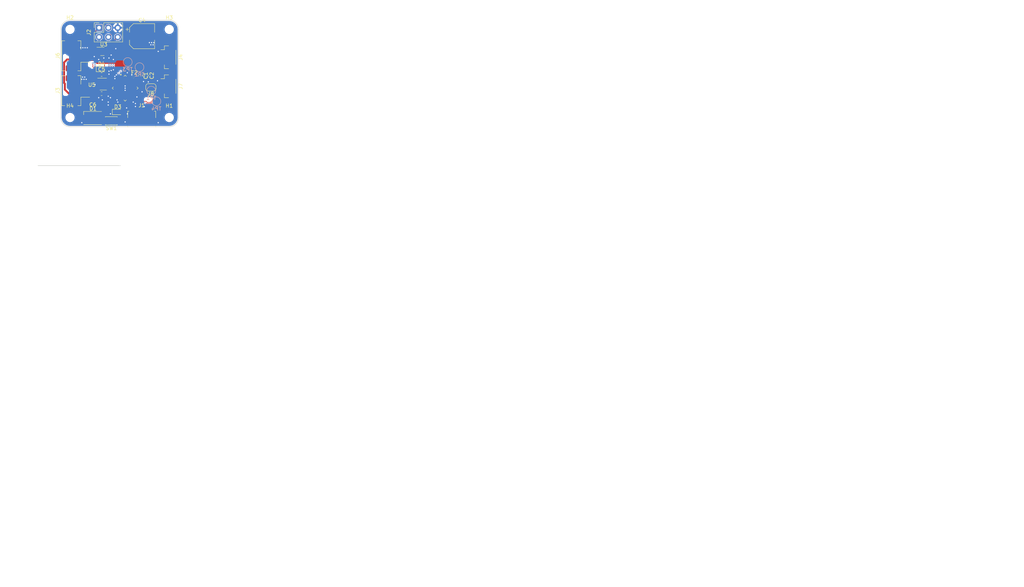
<source format=kicad_pcb>
(kicad_pcb (version 20171130) (host pcbnew "(5.1.2)-2")

  (general
    (thickness 1.6)
    (drawings 10)
    (tracks 467)
    (zones 0)
    (modules 28)
    (nets 42)
  )

  (page USLetter)
  (title_block
    (title "Project Title")
  )

  (layers
    (0 F.Cu signal)
    (31 B.Cu signal)
    (34 B.Paste user)
    (35 F.Paste user hide)
    (36 B.SilkS user)
    (37 F.SilkS user)
    (38 B.Mask user)
    (39 F.Mask user hide)
    (40 Dwgs.User user)
    (44 Edge.Cuts user)
    (45 Margin user)
    (46 B.CrtYd user hide)
    (47 F.CrtYd user)
    (48 B.Fab user hide)
    (49 F.Fab user hide)
  )

  (setup
    (last_trace_width 0.3302)
    (user_trace_width 0.1524)
    (user_trace_width 0.254)
    (user_trace_width 0.3302)
    (user_trace_width 0.508)
    (user_trace_width 0.762)
    (user_trace_width 1.27)
    (trace_clearance 0.1524)
    (zone_clearance 0.1524)
    (zone_45_only no)
    (trace_min 0.1524)
    (via_size 0.4575)
    (via_drill 0.3302)
    (via_min_size 0.4572)
    (via_min_drill 0.3302)
    (user_via 0.4572 0.3302)
    (user_via 0.6858 0.3302)
    (user_via 0.762 0.4064)
    (user_via 0.8636 0.508)
    (uvia_size 0.6858)
    (uvia_drill 0.3302)
    (uvias_allowed no)
    (uvia_min_size 0)
    (uvia_min_drill 0)
    (edge_width 0.1524)
    (segment_width 0.1524)
    (pcb_text_width 0.1524)
    (pcb_text_size 1.016 1.016)
    (mod_edge_width 0.1524)
    (mod_text_size 1.016 1.016)
    (mod_text_width 0.1524)
    (pad_size 2.2 2.2)
    (pad_drill 2.2)
    (pad_to_mask_clearance 0.0762)
    (solder_mask_min_width 0.1016)
    (pad_to_paste_clearance -0.0762)
    (aux_axis_origin 0 0)
    (visible_elements 7FFFFFFF)
    (pcbplotparams
      (layerselection 0x310fc_80000001)
      (usegerberextensions true)
      (usegerberattributes false)
      (usegerberadvancedattributes false)
      (creategerberjobfile false)
      (excludeedgelayer true)
      (linewidth 0.100000)
      (plotframeref false)
      (viasonmask false)
      (mode 1)
      (useauxorigin false)
      (hpglpennumber 1)
      (hpglpenspeed 20)
      (hpglpendiameter 15.000000)
      (psnegative false)
      (psa4output false)
      (plotreference true)
      (plotvalue true)
      (plotinvisibletext false)
      (padsonsilk false)
      (subtractmaskfromsilk false)
      (outputformat 1)
      (mirror false)
      (drillshape 0)
      (scaleselection 1)
      (outputdirectory "gerbers"))
  )

  (net 0 "")
  (net 1 GND)
  (net 2 +3V3)
  (net 3 "Net-(C2-Pad1)")
  (net 4 "Net-(D1-Pad1)")
  (net 5 "Net-(D1-Pad2)")
  (net 6 "Net-(D1-Pad5)")
  (net 7 "Net-(D1-Pad6)")
  (net 8 VBUS)
  (net 9 D-)
  (net 10 D+)
  (net 11 "Net-(J2-Pad1)")
  (net 12 MAE0)
  (net 13 MAE1)
  (net 14 "Net-(J2-Pad6)")
  (net 15 "Net-(J4-Pad2)")
  (net 16 SDA)
  (net 17 SCL)
  (net 18 "Net-(SW1-Pad2)")
  (net 19 MAEN)
  (net 20 "Net-(U1-Pad4)")
  (net 21 "Net-(U1-Pad5)")
  (net 22 "Net-(U1-Pad6)")
  (net 23 "Net-(U1-Pad16)")
  (net 24 SCL_PD)
  (net 25 SDA_PD)
  (net 26 "Net-(U1-Pad19)")
  (net 27 "Net-(U1-Pad20)")
  (net 28 "Net-(U1-Pad21)")
  (net 29 "Net-(U1-Pad22)")
  (net 30 "Net-(U1-Pad25)")
  (net 31 ALERT_PD)
  (net 32 MSLEEP)
  (net 33 MAPH)
  (net 34 "Net-(U5-Pad4)")
  (net 35 SWD)
  (net 36 SWC)
  (net 37 VCC)
  (net 38 "Net-(C5-Pad1)")
  (net 39 "Net-(J1-Pad4)")
  (net 40 "Net-(U1-Pad13)")
  (net 41 "Net-(D4-Pad2)")

  (net_class Default "This is the default net class."
    (clearance 0.1524)
    (trace_width 0.1524)
    (via_dia 0.4575)
    (via_drill 0.3302)
    (uvia_dia 0.6858)
    (uvia_drill 0.3302)
    (add_net +3V3)
    (add_net ALERT_PD)
    (add_net D+)
    (add_net D-)
    (add_net GND)
    (add_net MAE0)
    (add_net MAE1)
    (add_net MAEN)
    (add_net MAPH)
    (add_net MSLEEP)
    (add_net "Net-(C2-Pad1)")
    (add_net "Net-(C5-Pad1)")
    (add_net "Net-(D1-Pad1)")
    (add_net "Net-(D1-Pad2)")
    (add_net "Net-(D1-Pad5)")
    (add_net "Net-(D1-Pad6)")
    (add_net "Net-(D4-Pad2)")
    (add_net "Net-(J1-Pad4)")
    (add_net "Net-(J2-Pad1)")
    (add_net "Net-(J2-Pad6)")
    (add_net "Net-(J4-Pad2)")
    (add_net "Net-(SW1-Pad2)")
    (add_net "Net-(U1-Pad13)")
    (add_net "Net-(U1-Pad16)")
    (add_net "Net-(U1-Pad19)")
    (add_net "Net-(U1-Pad20)")
    (add_net "Net-(U1-Pad21)")
    (add_net "Net-(U1-Pad22)")
    (add_net "Net-(U1-Pad25)")
    (add_net "Net-(U1-Pad4)")
    (add_net "Net-(U1-Pad5)")
    (add_net "Net-(U1-Pad6)")
    (add_net "Net-(U5-Pad4)")
    (add_net SCL)
    (add_net SCL_PD)
    (add_net SDA)
    (add_net SDA_PD)
    (add_net SWC)
    (add_net SWD)
    (add_net VBUS)
    (add_net VCC)
  )

  (module Connector_JST:JST_PH_B2B-PH-SM4-TB_1x02-1MP_P2.00mm_Vertical (layer F.Cu) (tedit 5B78AD87) (tstamp 5EA83F34)
    (at -0.9 -7.3 90)
    (descr "JST PH series connector, B2B-PH-SM4-TB (http://www.jst-mfg.com/product/pdf/eng/ePH.pdf), generated with kicad-footprint-generator")
    (tags "connector JST PH side entry")
    (path /5EA9DC1B)
    (attr smd)
    (fp_text reference J3 (at 0 -5.45 90) (layer F.SilkS)
      (effects (font (size 1 1) (thickness 0.15)))
    )
    (fp_text value Conn_01x02_Female (at 0 4.45 90) (layer F.Fab)
      (effects (font (size 1 1) (thickness 0.15)))
    )
    (fp_text user %R (at 0 -1 90) (layer F.Fab)
      (effects (font (size 1 1) (thickness 0.15)))
    )
    (fp_line (start -1 0.042893) (end -0.5 0.75) (layer F.Fab) (width 0.1))
    (fp_line (start -1.5 0.75) (end -1 0.042893) (layer F.Fab) (width 0.1))
    (fp_line (start 4.7 -4.75) (end -4.7 -4.75) (layer F.CrtYd) (width 0.05))
    (fp_line (start 4.7 3.75) (end 4.7 -4.75) (layer F.CrtYd) (width 0.05))
    (fp_line (start -4.7 3.75) (end 4.7 3.75) (layer F.CrtYd) (width 0.05))
    (fp_line (start -4.7 -4.75) (end -4.7 3.75) (layer F.CrtYd) (width 0.05))
    (fp_line (start 1.25 -2.75) (end 0.75 -2.75) (layer F.Fab) (width 0.1))
    (fp_line (start 1.25 -2.25) (end 1.25 -2.75) (layer F.Fab) (width 0.1))
    (fp_line (start 0.75 -2.25) (end 1.25 -2.25) (layer F.Fab) (width 0.1))
    (fp_line (start 0.75 -2.75) (end 0.75 -2.25) (layer F.Fab) (width 0.1))
    (fp_line (start -0.75 -2.75) (end -1.25 -2.75) (layer F.Fab) (width 0.1))
    (fp_line (start -0.75 -2.25) (end -0.75 -2.75) (layer F.Fab) (width 0.1))
    (fp_line (start -1.25 -2.25) (end -0.75 -2.25) (layer F.Fab) (width 0.1))
    (fp_line (start -1.25 -2.75) (end -1.25 -2.25) (layer F.Fab) (width 0.1))
    (fp_line (start 3.975 0.75) (end 3.975 -4.25) (layer F.Fab) (width 0.1))
    (fp_line (start -3.975 0.75) (end -3.975 -4.25) (layer F.Fab) (width 0.1))
    (fp_line (start -3.975 -4.25) (end 3.975 -4.25) (layer F.Fab) (width 0.1))
    (fp_line (start 4.085 -4.36) (end 4.085 -3.51) (layer F.SilkS) (width 0.12))
    (fp_line (start -4.085 -4.36) (end 4.085 -4.36) (layer F.SilkS) (width 0.12))
    (fp_line (start -4.085 -3.51) (end -4.085 -4.36) (layer F.SilkS) (width 0.12))
    (fp_line (start 4.085 0.86) (end 1.76 0.86) (layer F.SilkS) (width 0.12))
    (fp_line (start 4.085 0.01) (end 4.085 0.86) (layer F.SilkS) (width 0.12))
    (fp_line (start -1.76 0.86) (end -1.76 3.25) (layer F.SilkS) (width 0.12))
    (fp_line (start -4.085 0.86) (end -1.76 0.86) (layer F.SilkS) (width 0.12))
    (fp_line (start -4.085 0.01) (end -4.085 0.86) (layer F.SilkS) (width 0.12))
    (fp_line (start -3.975 0.75) (end 3.975 0.75) (layer F.Fab) (width 0.1))
    (pad MP smd roundrect (at 3.4 -1.75 90) (size 1.6 3) (layers F.Cu F.Paste F.Mask) (roundrect_rratio 0.15625))
    (pad MP smd roundrect (at -3.4 -1.75 90) (size 1.6 3) (layers F.Cu F.Paste F.Mask) (roundrect_rratio 0.15625))
    (pad 2 smd roundrect (at 1 0.5 90) (size 1 5.5) (layers F.Cu F.Paste F.Mask) (roundrect_rratio 0.25)
      (net 1 GND))
    (pad 1 smd roundrect (at -1 0.5 90) (size 1 5.5) (layers F.Cu F.Paste F.Mask) (roundrect_rratio 0.25)
      (net 41 "Net-(D4-Pad2)"))
    (model ${KISYS3DMOD}/Connector_JST.3dshapes/JST_PH_B2B-PH-SM4-TB_1x02-1MP_P2.00mm_Vertical.wrl
      (at (xyz 0 0 0))
      (scale (xyz 1 1 1))
      (rotate (xyz 0 0 0))
    )
  )

  (module Connector_PinSocket_2.54mm:PinSocket_2x03_P2.54mm_Vertical (layer F.Cu) (tedit 5A19A425) (tstamp 5EA7CC63)
    (at 4.9 -24.45 90)
    (descr "Through hole straight socket strip, 2x03, 2.54mm pitch, double cols (from Kicad 4.0.7), script generated")
    (tags "Through hole socket strip THT 2x03 2.54mm double row")
    (path /5EAE88E6)
    (fp_text reference J2 (at -1.27 -2.77 90) (layer F.SilkS)
      (effects (font (size 1 1) (thickness 0.15)))
    )
    (fp_text value Conn_02x03_Odd_Even (at -1.27 7.85 90) (layer F.Fab)
      (effects (font (size 1 1) (thickness 0.15)))
    )
    (fp_line (start -3.81 -1.27) (end 0.27 -1.27) (layer F.Fab) (width 0.1))
    (fp_line (start 0.27 -1.27) (end 1.27 -0.27) (layer F.Fab) (width 0.1))
    (fp_line (start 1.27 -0.27) (end 1.27 6.35) (layer F.Fab) (width 0.1))
    (fp_line (start 1.27 6.35) (end -3.81 6.35) (layer F.Fab) (width 0.1))
    (fp_line (start -3.81 6.35) (end -3.81 -1.27) (layer F.Fab) (width 0.1))
    (fp_line (start -3.87 -1.33) (end -1.27 -1.33) (layer F.SilkS) (width 0.12))
    (fp_line (start -3.87 -1.33) (end -3.87 6.41) (layer F.SilkS) (width 0.12))
    (fp_line (start -3.87 6.41) (end 1.33 6.41) (layer F.SilkS) (width 0.12))
    (fp_line (start 1.33 1.27) (end 1.33 6.41) (layer F.SilkS) (width 0.12))
    (fp_line (start -1.27 1.27) (end 1.33 1.27) (layer F.SilkS) (width 0.12))
    (fp_line (start -1.27 -1.33) (end -1.27 1.27) (layer F.SilkS) (width 0.12))
    (fp_line (start 1.33 -1.33) (end 1.33 0) (layer F.SilkS) (width 0.12))
    (fp_line (start 0 -1.33) (end 1.33 -1.33) (layer F.SilkS) (width 0.12))
    (fp_line (start -4.34 -1.8) (end 1.76 -1.8) (layer F.CrtYd) (width 0.05))
    (fp_line (start 1.76 -1.8) (end 1.76 6.85) (layer F.CrtYd) (width 0.05))
    (fp_line (start 1.76 6.85) (end -4.34 6.85) (layer F.CrtYd) (width 0.05))
    (fp_line (start -4.34 6.85) (end -4.34 -1.8) (layer F.CrtYd) (width 0.05))
    (fp_text user %R (at -1.27 2.54) (layer F.Fab)
      (effects (font (size 1 1) (thickness 0.15)))
    )
    (pad 1 thru_hole rect (at 0 0 90) (size 1.7 1.7) (drill 1) (layers *.Cu *.Mask)
      (net 11 "Net-(J2-Pad1)"))
    (pad 2 thru_hole oval (at -2.54 0 90) (size 1.7 1.7) (drill 1) (layers *.Cu *.Mask)
      (net 2 +3V3))
    (pad 3 thru_hole oval (at 0 2.54 90) (size 1.7 1.7) (drill 1) (layers *.Cu *.Mask)
      (net 12 MAE0))
    (pad 4 thru_hole oval (at -2.54 2.54 90) (size 1.7 1.7) (drill 1) (layers *.Cu *.Mask)
      (net 13 MAE1))
    (pad 5 thru_hole oval (at 0 5.08 90) (size 1.7 1.7) (drill 1) (layers *.Cu *.Mask)
      (net 1 GND))
    (pad 6 thru_hole oval (at -2.54 5.08 90) (size 1.7 1.7) (drill 1) (layers *.Cu *.Mask)
      (net 14 "Net-(J2-Pad6)"))
    (model ${KISYS3DMOD}/Connector_PinSocket_2.54mm.3dshapes/PinSocket_2x03_P2.54mm_Vertical.wrl
      (at (xyz 0 0 0))
      (scale (xyz 1 1 1))
      (rotate (xyz 0 0 0))
    )
  )

  (module Capacitor_SMD:C_0603_1608Metric (layer F.Cu) (tedit 5B301BBE) (tstamp 5EA850AF)
    (at 5.6 -11.7)
    (descr "Capacitor SMD 0603 (1608 Metric), square (rectangular) end terminal, IPC_7351 nominal, (Body size source: http://www.tortai-tech.com/upload/download/2011102023233369053.pdf), generated with kicad-footprint-generator")
    (tags capacitor)
    (path /5EA8D40B)
    (attr smd)
    (fp_text reference C5 (at 0 -1.43) (layer F.SilkS)
      (effects (font (size 1 1) (thickness 0.15)))
    )
    (fp_text value 1u (at 0 1.43) (layer F.Fab)
      (effects (font (size 1 1) (thickness 0.15)))
    )
    (fp_line (start -0.8 0.4) (end -0.8 -0.4) (layer F.Fab) (width 0.1))
    (fp_line (start -0.8 -0.4) (end 0.8 -0.4) (layer F.Fab) (width 0.1))
    (fp_line (start 0.8 -0.4) (end 0.8 0.4) (layer F.Fab) (width 0.1))
    (fp_line (start 0.8 0.4) (end -0.8 0.4) (layer F.Fab) (width 0.1))
    (fp_line (start -0.162779 -0.51) (end 0.162779 -0.51) (layer F.SilkS) (width 0.12))
    (fp_line (start -0.162779 0.51) (end 0.162779 0.51) (layer F.SilkS) (width 0.12))
    (fp_line (start -1.48 0.73) (end -1.48 -0.73) (layer F.CrtYd) (width 0.05))
    (fp_line (start -1.48 -0.73) (end 1.48 -0.73) (layer F.CrtYd) (width 0.05))
    (fp_line (start 1.48 -0.73) (end 1.48 0.73) (layer F.CrtYd) (width 0.05))
    (fp_line (start 1.48 0.73) (end -1.48 0.73) (layer F.CrtYd) (width 0.05))
    (fp_text user %R (at 0 0) (layer F.Fab)
      (effects (font (size 0.4 0.4) (thickness 0.06)))
    )
    (pad 1 smd roundrect (at -0.7875 0) (size 0.875 0.95) (layers F.Cu F.Paste F.Mask) (roundrect_rratio 0.25)
      (net 38 "Net-(C5-Pad1)"))
    (pad 2 smd roundrect (at 0.7875 0) (size 0.875 0.95) (layers F.Cu F.Paste F.Mask) (roundrect_rratio 0.25)
      (net 1 GND))
    (model ${KISYS3DMOD}/Capacitor_SMD.3dshapes/C_0603_1608Metric.wrl
      (at (xyz 0 0 0))
      (scale (xyz 1 1 1))
      (rotate (xyz 0 0 0))
    )
  )

  (module Capacitor_SMD:C_0603_1608Metric (layer F.Cu) (tedit 5B301BBE) (tstamp 5EA8507F)
    (at 5.6 -6.5 180)
    (descr "Capacitor SMD 0603 (1608 Metric), square (rectangular) end terminal, IPC_7351 nominal, (Body size source: http://www.tortai-tech.com/upload/download/2011102023233369053.pdf), generated with kicad-footprint-generator")
    (tags capacitor)
    (path /5EA8DD2F)
    (attr smd)
    (fp_text reference C6 (at 2.4 -3) (layer F.SilkS)
      (effects (font (size 1 1) (thickness 0.15)))
    )
    (fp_text value 1u (at 0 1.43) (layer F.Fab)
      (effects (font (size 1 1) (thickness 0.15)))
    )
    (fp_text user %R (at 0 0) (layer F.Fab)
      (effects (font (size 0.4 0.4) (thickness 0.06)))
    )
    (fp_line (start 1.48 0.73) (end -1.48 0.73) (layer F.CrtYd) (width 0.05))
    (fp_line (start 1.48 -0.73) (end 1.48 0.73) (layer F.CrtYd) (width 0.05))
    (fp_line (start -1.48 -0.73) (end 1.48 -0.73) (layer F.CrtYd) (width 0.05))
    (fp_line (start -1.48 0.73) (end -1.48 -0.73) (layer F.CrtYd) (width 0.05))
    (fp_line (start -0.162779 0.51) (end 0.162779 0.51) (layer F.SilkS) (width 0.12))
    (fp_line (start -0.162779 -0.51) (end 0.162779 -0.51) (layer F.SilkS) (width 0.12))
    (fp_line (start 0.8 0.4) (end -0.8 0.4) (layer F.Fab) (width 0.1))
    (fp_line (start 0.8 -0.4) (end 0.8 0.4) (layer F.Fab) (width 0.1))
    (fp_line (start -0.8 -0.4) (end 0.8 -0.4) (layer F.Fab) (width 0.1))
    (fp_line (start -0.8 0.4) (end -0.8 -0.4) (layer F.Fab) (width 0.1))
    (pad 2 smd roundrect (at 0.7875 0 180) (size 0.875 0.95) (layers F.Cu F.Paste F.Mask) (roundrect_rratio 0.25)
      (net 1 GND))
    (pad 1 smd roundrect (at -0.7875 0 180) (size 0.875 0.95) (layers F.Cu F.Paste F.Mask) (roundrect_rratio 0.25)
      (net 2 +3V3))
    (model ${KISYS3DMOD}/Capacitor_SMD.3dshapes/C_0603_1608Metric.wrl
      (at (xyz 0 0 0))
      (scale (xyz 1 1 1))
      (rotate (xyz 0 0 0))
    )
  )

  (module LED_SMD:LED_RGB_PLCC-6 (layer F.Cu) (tedit 587A6CD4) (tstamp 5EA7CBE2)
    (at 3.25 0.15)
    (descr "RGB LED PLCC-6")
    (tags "RGB LED PLCC-6")
    (path /5EA7B5CC)
    (attr smd)
    (fp_text reference D1 (at 0 -2.55 180) (layer F.SilkS)
      (effects (font (size 1 1) (thickness 0.15)))
    )
    (fp_text value APA102 (at 0 2.8) (layer F.Fab)
      (effects (font (size 1 1) (thickness 0.15)))
    )
    (fp_line (start -1.7 -1.1) (end -1.1 -1.7) (layer F.Fab) (width 0.1))
    (fp_line (start -1.7 -1.7) (end -1.7 1.7) (layer F.Fab) (width 0.1))
    (fp_line (start -1.7 1.7) (end 1.7 1.7) (layer F.Fab) (width 0.1))
    (fp_line (start 1.7 1.7) (end 1.7 -1.7) (layer F.Fab) (width 0.1))
    (fp_line (start 1.7 -1.7) (end -1.7 -1.7) (layer F.Fab) (width 0.1))
    (fp_line (start -2.55 -1.8) (end -2.55 -0.9) (layer F.SilkS) (width 0.12))
    (fp_line (start 2.65 -2) (end 2.65 2) (layer F.CrtYd) (width 0.05))
    (fp_line (start -2.75 -2) (end -2.75 2) (layer F.CrtYd) (width 0.05))
    (fp_line (start -2.75 2) (end 2.65 2) (layer F.CrtYd) (width 0.05))
    (fp_line (start -2.75 -2) (end 2.65 -2) (layer F.CrtYd) (width 0.05))
    (fp_line (start -2.55 1.8) (end 2.35 1.8) (layer F.SilkS) (width 0.12))
    (fp_line (start 2.35 -1.8) (end -2.55 -1.8) (layer F.SilkS) (width 0.12))
    (pad 1 smd rect (at -1.55 -1.1 90) (size 0.7 1.3) (layers F.Cu F.Paste F.Mask)
      (net 4 "Net-(D1-Pad1)"))
    (pad 2 smd rect (at -1.55 0 90) (size 0.7 1.3) (layers F.Cu F.Paste F.Mask)
      (net 5 "Net-(D1-Pad2)"))
    (pad 3 smd rect (at -1.55 1.1 90) (size 0.7 1.3) (layers F.Cu F.Paste F.Mask)
      (net 1 GND))
    (pad 4 smd rect (at 1.55 1.1 90) (size 0.7 1.3) (layers F.Cu F.Paste F.Mask)
      (net 2 +3V3))
    (pad 5 smd rect (at 1.55 0 90) (size 0.7 1.3) (layers F.Cu F.Paste F.Mask)
      (net 6 "Net-(D1-Pad5)"))
    (pad 6 smd rect (at 1.55 -1.1 90) (size 0.7 1.3) (layers F.Cu F.Paste F.Mask)
      (net 7 "Net-(D1-Pad6)"))
    (model ${KISYS3DMOD}/LED_SMD.3dshapes/LED_RGB_PLCC-6.wrl
      (at (xyz 0 0 0))
      (scale (xyz 1 1 1))
      (rotate (xyz 0 0 0))
    )
  )

  (module fallhaub-quicc:NANO-0154-OMNI-BLOK-Fuse-Holder (layer F.Cu) (tedit 5AC3C8E3) (tstamp 5EA84157)
    (at 14.5 -15.5)
    (path /5EE5C849)
    (attr smd)
    (fp_text reference F2 (at 0 3.302) (layer F.SilkS)
      (effects (font (size 1 1) (thickness 0.15)))
    )
    (fp_text value Fuse (at 0 -3.429) (layer F.Fab)
      (effects (font (size 1 1) (thickness 0.15)))
    )
    (fp_line (start 5.715 2.515) (end 5.715 -2.515) (layer F.CrtYd) (width 0.15))
    (fp_line (start 5.715 -2.515) (end -5.715 -2.515) (layer F.CrtYd) (width 0.15))
    (fp_line (start -5.715 -2.515) (end -5.715 2.515) (layer F.CrtYd) (width 0.15))
    (fp_line (start -5.715 2.515) (end 5.715 2.515) (layer F.CrtYd) (width 0.15))
    (pad 1 smd rect (at -3.185 0) (size 4.24 3.81) (layers F.Cu F.Paste F.Mask)
      (net 41 "Net-(D4-Pad2)"))
    (pad 2 smd rect (at 3.185 0) (size 4.24 3.81) (layers F.Cu F.Paste F.Mask)
      (net 37 VCC))
  )

  (module Button_Switch_SMD:SW_SPST_CK_KXT3 (layer F.Cu) (tedit 5B0768E8) (tstamp 5EA7CD30)
    (at 8.25 0.9 180)
    (descr https://www.ckswitches.com/media/1465/kxt3.pdf)
    (tags "Switch SPST KXT3")
    (path /5EA751A3)
    (attr smd)
    (fp_text reference SW1 (at 0 -2) (layer F.SilkS)
      (effects (font (size 1 1) (thickness 0.15)))
    )
    (fp_text value SW_SPST (at 0 2) (layer F.Fab)
      (effects (font (size 1 1) (thickness 0.15)))
    )
    (fp_line (start -1.5 -1) (end 1.5 -1) (layer F.Fab) (width 0.1))
    (fp_line (start 1.5 -1) (end 1.5 1) (layer F.Fab) (width 0.1))
    (fp_line (start 1.5 1) (end -1.5 1) (layer F.Fab) (width 0.1))
    (fp_line (start -1.5 1) (end -1.5 -1) (layer F.Fab) (width 0.1))
    (fp_line (start 1.5 -0.65) (end 1.75 -0.65) (layer F.Fab) (width 0.1))
    (fp_line (start 1.75 -0.65) (end 1.75 -0.4) (layer F.Fab) (width 0.1))
    (fp_line (start 1.75 -0.4) (end 1.5 -0.15) (layer F.Fab) (width 0.1))
    (fp_line (start 1.5 0.15) (end 1.75 0.4) (layer F.Fab) (width 0.1))
    (fp_line (start 1.75 0.4) (end 1.75 0.65) (layer F.Fab) (width 0.1))
    (fp_line (start 1.75 0.65) (end 1.5 0.65) (layer F.Fab) (width 0.1))
    (fp_line (start -1.5 -0.65) (end -1.75 -0.65) (layer F.Fab) (width 0.1))
    (fp_line (start -1.75 -0.65) (end -1.75 -0.4) (layer F.Fab) (width 0.1))
    (fp_line (start -1.75 -0.4) (end -1.5 -0.15) (layer F.Fab) (width 0.1))
    (fp_line (start -1.5 0.15) (end -1.75 0.4) (layer F.Fab) (width 0.1))
    (fp_line (start -1.75 0.4) (end -1.75 0.65) (layer F.Fab) (width 0.1))
    (fp_line (start -1.75 0.65) (end -1.5 0.65) (layer F.Fab) (width 0.1))
    (fp_text user %R (at 0 0) (layer F.Fab)
      (effects (font (size 0.5 0.5) (thickness 0.075)))
    )
    (fp_line (start -1.62 -1.12) (end 1.62 -1.12) (layer F.SilkS) (width 0.12))
    (fp_line (start 1.62 -1.12) (end 1.62 -1.02) (layer F.SilkS) (width 0.12))
    (fp_line (start -1.62 -1.12) (end -1.62 -1.02) (layer F.SilkS) (width 0.12))
    (fp_line (start -1.62 1.12) (end 1.62 1.12) (layer F.SilkS) (width 0.12))
    (fp_line (start 1.62 1.02) (end 1.62 1.12) (layer F.SilkS) (width 0.12))
    (fp_line (start -1.62 1.02) (end -1.62 1.12) (layer F.SilkS) (width 0.12))
    (fp_line (start -2.15 -1.25) (end 2.15 -1.25) (layer F.CrtYd) (width 0.05))
    (fp_line (start 2.15 -1.25) (end 2.15 1.25) (layer F.CrtYd) (width 0.05))
    (fp_line (start -2.15 1.25) (end 2.15 1.25) (layer F.CrtYd) (width 0.05))
    (fp_line (start -2.15 -1.25) (end -2.15 1.25) (layer F.CrtYd) (width 0.05))
    (pad 1 smd rect (at -1.625 0 180) (size 0.55 1.5) (layers F.Cu F.Paste F.Mask)
      (net 1 GND))
    (pad 2 smd rect (at 1.625 0 180) (size 0.55 1.5) (layers F.Cu F.Paste F.Mask)
      (net 18 "Net-(SW1-Pad2)"))
    (model ${KISYS3DMOD}/Button_Switch_SMD.3dshapes/SW_SPST_CK_KXT3.wrl
      (at (xyz 0 0 0))
      (scale (xyz 1 1 1))
      (rotate (xyz 0 0 0))
    )
  )

  (module fallhaub-quicc:QFN50P500X500X100-33N (layer F.Cu) (tedit 5EA73FA6) (tstamp 5EA7CD87)
    (at 12 -8 315)
    (path /5EA74189)
    (fp_text reference U1 (at -0.66868 -3.810252 135) (layer F.SilkS)
      (effects (font (size 0.640649 0.640649) (thickness 0.015)))
    )
    (fp_text value ATSAMD21E18A-MU (at 5.937835 4.196025 135) (layer F.Fab)
      (effects (font (size 0.64037 0.64037) (thickness 0.015)))
    )
    (fp_line (start 2.5 -2.5) (end 2.5 2.5) (layer F.Fab) (width 0.127))
    (fp_line (start 2.5 2.5) (end -2.5 2.5) (layer F.Fab) (width 0.127))
    (fp_line (start -2.5 2.5) (end -2.5 -2.5) (layer F.Fab) (width 0.127))
    (fp_line (start -2.5 -2.5) (end 2.5 -2.5) (layer F.Fab) (width 0.127))
    (fp_line (start 2.5 -2.05) (end 2.5 -2.5) (layer F.SilkS) (width 0.127))
    (fp_line (start 2.5 -2.5) (end 2.05 -2.5) (layer F.SilkS) (width 0.127))
    (fp_line (start 2.5 2.05) (end 2.5 2.5) (layer F.SilkS) (width 0.127))
    (fp_line (start 2.5 2.5) (end 2.05 2.5) (layer F.SilkS) (width 0.127))
    (fp_line (start -2.05 2.5) (end -2.5 2.5) (layer F.SilkS) (width 0.127))
    (fp_line (start -2.5 2.5) (end -2.5 2.05) (layer F.SilkS) (width 0.127))
    (fp_line (start -2.05 -2.5) (end -2.5 -2.5) (layer F.SilkS) (width 0.127))
    (fp_line (start -2.5 -2.5) (end -2.5 -2.05) (layer F.SilkS) (width 0.127))
    (fp_line (start -2.13 -3.11) (end 2.13 -3.11) (layer F.CrtYd) (width 0.05))
    (fp_line (start 2.13 -3.11) (end 2.13 -2.75) (layer F.CrtYd) (width 0.05))
    (fp_line (start 2.13 -2.75) (end 2.75 -2.75) (layer F.CrtYd) (width 0.05))
    (fp_line (start 2.75 -2.75) (end 2.75 -2.13) (layer F.CrtYd) (width 0.05))
    (fp_line (start 2.75 -2.13) (end 3.11 -2.13) (layer F.CrtYd) (width 0.05))
    (fp_line (start 3.11 -2.13) (end 3.11 2.13) (layer F.CrtYd) (width 0.05))
    (fp_line (start 3.11 2.13) (end 2.75 2.13) (layer F.CrtYd) (width 0.05))
    (fp_line (start 2.75 2.13) (end 2.75 2.75) (layer F.CrtYd) (width 0.05))
    (fp_line (start 2.75 2.75) (end 2.13 2.75) (layer F.CrtYd) (width 0.05))
    (fp_line (start 2.13 2.75) (end 2.13 3.11) (layer F.CrtYd) (width 0.05))
    (fp_line (start 2.13 3.11) (end -2.13 3.11) (layer F.CrtYd) (width 0.05))
    (fp_line (start -2.13 3.11) (end -2.13 2.75) (layer F.CrtYd) (width 0.05))
    (fp_line (start -2.13 2.75) (end -2.75 2.75) (layer F.CrtYd) (width 0.05))
    (fp_line (start -2.75 2.75) (end -2.75 2.13) (layer F.CrtYd) (width 0.05))
    (fp_line (start -2.75 2.13) (end -3.11 2.13) (layer F.CrtYd) (width 0.05))
    (fp_line (start -3.11 2.13) (end -3.11 -2.13) (layer F.CrtYd) (width 0.05))
    (fp_line (start -3.11 -2.13) (end -2.75 -2.13) (layer F.CrtYd) (width 0.05))
    (fp_line (start -2.75 -2.13) (end -2.75 -2.75) (layer F.CrtYd) (width 0.05))
    (fp_line (start -2.75 -2.75) (end -2.13 -2.75) (layer F.CrtYd) (width 0.05))
    (fp_line (start -2.13 -2.75) (end -2.13 -3.11) (layer F.CrtYd) (width 0.05))
    (fp_circle (center -3.41 -1.76) (end -3.31 -1.76) (layer F.SilkS) (width 0.2))
    (fp_poly (pts (xy -1.14056 -1.13842) (xy 1.13842 -1.13842) (xy 1.13842 1.14056) (xy -1.14056 1.14056)) (layer F.Paste) (width 0.01))
    (pad 1 smd rect (at -2.435 -1.75 315) (size 0.84 0.26) (layers F.Cu F.Paste F.Mask)
      (net 7 "Net-(D1-Pad6)"))
    (pad 2 smd rect (at -2.435 -1.25 315) (size 0.84 0.26) (layers F.Cu F.Paste F.Mask)
      (net 6 "Net-(D1-Pad5)"))
    (pad 3 smd rect (at -2.435 -0.75 315) (size 0.84 0.26) (layers F.Cu F.Paste F.Mask)
      (net 19 MAEN))
    (pad 4 smd rect (at -2.435 -0.25 315) (size 0.84 0.26) (layers F.Cu F.Paste F.Mask)
      (net 20 "Net-(U1-Pad4)"))
    (pad 5 smd rect (at -2.435 0.25 315) (size 0.84 0.26) (layers F.Cu F.Paste F.Mask)
      (net 21 "Net-(U1-Pad5)"))
    (pad 6 smd rect (at -2.435 0.75 315) (size 0.84 0.26) (layers F.Cu F.Paste F.Mask)
      (net 22 "Net-(U1-Pad6)"))
    (pad 7 smd rect (at -2.435 1.25 315) (size 0.84 0.26) (layers F.Cu F.Paste F.Mask)
      (net 33 MAPH))
    (pad 8 smd rect (at -2.435 1.75 315) (size 0.84 0.26) (layers F.Cu F.Paste F.Mask)
      (net 32 MSLEEP))
    (pad 9 smd rect (at -1.75 2.435 315) (size 0.26 0.84) (layers F.Cu F.Paste F.Mask)
      (net 2 +3V3))
    (pad 10 smd rect (at -1.25 2.435 315) (size 0.26 0.84) (layers F.Cu F.Paste F.Mask)
      (net 1 GND))
    (pad 11 smd rect (at -0.75 2.435 315) (size 0.26 0.84) (layers F.Cu F.Paste F.Mask)
      (net 16 SDA))
    (pad 12 smd rect (at -0.25 2.435 315) (size 0.26 0.84) (layers F.Cu F.Paste F.Mask)
      (net 17 SCL))
    (pad 13 smd rect (at 0.25 2.435 315) (size 0.26 0.84) (layers F.Cu F.Paste F.Mask)
      (net 40 "Net-(U1-Pad13)"))
    (pad 14 smd rect (at 0.75 2.435 315) (size 0.26 0.84) (layers F.Cu F.Paste F.Mask)
      (net 12 MAE0))
    (pad 15 smd rect (at 1.25 2.435 315) (size 0.26 0.84) (layers F.Cu F.Paste F.Mask)
      (net 13 MAE1))
    (pad 16 smd rect (at 1.75 2.435 315) (size 0.26 0.84) (layers F.Cu F.Paste F.Mask)
      (net 23 "Net-(U1-Pad16)"))
    (pad 17 smd rect (at 2.435 1.75 315) (size 0.84 0.26) (layers F.Cu F.Paste F.Mask)
      (net 24 SCL_PD))
    (pad 18 smd rect (at 2.435 1.25 315) (size 0.84 0.26) (layers F.Cu F.Paste F.Mask)
      (net 25 SDA_PD))
    (pad 19 smd rect (at 2.435 0.75 315) (size 0.84 0.26) (layers F.Cu F.Paste F.Mask)
      (net 26 "Net-(U1-Pad19)"))
    (pad 20 smd rect (at 2.435 0.25 315) (size 0.84 0.26) (layers F.Cu F.Paste F.Mask)
      (net 27 "Net-(U1-Pad20)"))
    (pad 21 smd rect (at 2.435 -0.25 315) (size 0.84 0.26) (layers F.Cu F.Paste F.Mask)
      (net 28 "Net-(U1-Pad21)"))
    (pad 22 smd rect (at 2.435 -0.75 315) (size 0.84 0.26) (layers F.Cu F.Paste F.Mask)
      (net 29 "Net-(U1-Pad22)"))
    (pad 23 smd rect (at 2.435 -1.25 315) (size 0.84 0.26) (layers F.Cu F.Paste F.Mask)
      (net 9 D-))
    (pad 24 smd rect (at 2.435 -1.75 315) (size 0.84 0.26) (layers F.Cu F.Paste F.Mask)
      (net 10 D+))
    (pad 25 smd rect (at 1.75 -2.435 315) (size 0.26 0.84) (layers F.Cu F.Paste F.Mask)
      (net 30 "Net-(U1-Pad25)"))
    (pad 26 smd rect (at 1.25 -2.435 315) (size 0.26 0.84) (layers F.Cu F.Paste F.Mask)
      (net 18 "Net-(SW1-Pad2)"))
    (pad 27 smd rect (at 0.75 -2.435 315) (size 0.26 0.84) (layers F.Cu F.Paste F.Mask)
      (net 31 ALERT_PD))
    (pad 28 smd rect (at 0.25 -2.435 315) (size 0.26 0.84) (layers F.Cu F.Paste F.Mask)
      (net 1 GND))
    (pad 29 smd rect (at -0.25 -2.435 315) (size 0.26 0.84) (layers F.Cu F.Paste F.Mask)
      (net 3 "Net-(C2-Pad1)"))
    (pad 30 smd rect (at -0.75 -2.435 315) (size 0.26 0.84) (layers F.Cu F.Paste F.Mask)
      (net 2 +3V3))
    (pad 31 smd rect (at -1.25 -2.435 315) (size 0.26 0.84) (layers F.Cu F.Paste F.Mask)
      (net 35 SWD))
    (pad 32 smd rect (at -1.75 -2.435 315) (size 0.26 0.84) (layers F.Cu F.Paste F.Mask)
      (net 36 SWC))
    (pad 33 smd rect (at 0 0 315) (size 3.6 3.6) (layers F.Cu F.Mask)
      (net 1 GND))
  )

  (module Package_SON:WSON-8-1EP_2x2mm_P0.5mm_EP0.9x1.6mm (layer F.Cu) (tedit 5A65F6A7) (tstamp 5EA7CDBF)
    (at 5.8 -18)
    (descr "8-Lead Plastic WSON, 2x2mm Body, 0.5mm Pitch, WSON-8, http://www.ti.com/lit/ds/symlink/lm27761.pdf")
    (tags "WSON 8 1EP")
    (path /5EAEBBAD)
    (attr smd)
    (fp_text reference U3 (at 0.38 -1.9) (layer F.SilkS)
      (effects (font (size 1 1) (thickness 0.15)))
    )
    (fp_text value DRV8838 (at 0.01 2.14) (layer F.Fab)
      (effects (font (size 1 1) (thickness 0.15)))
    )
    (fp_text user %R (at 0 0) (layer F.Fab)
      (effects (font (size 0.7 0.7) (thickness 0.1)))
    )
    (fp_line (start -0.5 -1) (end -1 -0.5) (layer F.Fab) (width 0.1))
    (fp_line (start -1 1) (end -1 -0.5) (layer F.Fab) (width 0.1))
    (fp_line (start 1 1) (end -1 1) (layer F.Fab) (width 0.1))
    (fp_line (start 1 -1) (end 1 1) (layer F.Fab) (width 0.1))
    (fp_line (start -0.5 -1) (end 1 -1) (layer F.Fab) (width 0.1))
    (fp_line (start -1.6 -1.25) (end -1.6 1.25) (layer F.CrtYd) (width 0.05))
    (fp_line (start 1.6 -1.25) (end 1.6 1.25) (layer F.CrtYd) (width 0.05))
    (fp_line (start -1.6 -1.25) (end 1.6 -1.25) (layer F.CrtYd) (width 0.05))
    (fp_line (start -1.6 1.25) (end 1.6 1.25) (layer F.CrtYd) (width 0.05))
    (fp_line (start 0.5 1.12) (end -0.5 1.12) (layer F.SilkS) (width 0.12))
    (fp_line (start -1.5 -1.12) (end 0.5 -1.12) (layer F.SilkS) (width 0.12))
    (pad 3 smd rect (at -0.95 0.25) (size 0.5 0.25) (layers F.Cu F.Paste F.Mask)
      (net 11 "Net-(J2-Pad1)"))
    (pad 7 smd rect (at 0.95 -0.25) (size 0.5 0.25) (layers F.Cu F.Paste F.Mask)
      (net 32 MSLEEP))
    (pad 8 smd rect (at 0.95 -0.75) (size 0.5 0.25) (layers F.Cu F.Paste F.Mask)
      (net 2 +3V3))
    (pad 9 smd rect (at 0 0) (size 0.9 1.6) (layers F.Cu F.Mask)
      (net 1 GND))
    (pad 1 smd rect (at -0.95 -0.75) (size 0.5 0.25) (layers F.Cu F.Paste F.Mask)
      (net 37 VCC))
    (pad 2 smd rect (at -0.95 -0.25) (size 0.5 0.25) (layers F.Cu F.Paste F.Mask)
      (net 14 "Net-(J2-Pad6)"))
    (pad 4 smd rect (at -0.95 0.75) (size 0.5 0.25) (layers F.Cu F.Paste F.Mask)
      (net 1 GND))
    (pad 5 smd rect (at 0.95 0.75) (size 0.5 0.25) (layers F.Cu F.Paste F.Mask)
      (net 19 MAEN))
    (pad 6 smd rect (at 0.95 0.25) (size 0.5 0.25) (layers F.Cu F.Paste F.Mask)
      (net 33 MAPH))
    (pad "" smd rect (at 0 0.4) (size 0.75 0.65) (layers F.Paste))
    (pad "" smd rect (at 0 -0.4) (size 0.75 0.65) (layers F.Paste))
    (model ${KISYS3DMOD}/Package_SON.3dshapes/WSON-8-1EP_2x2mm_P0.5mm_EP0.9x1.6mm.wrl
      (at (xyz 0 0 0))
      (scale (xyz 1 1 1))
      (rotate (xyz 0 0 0))
    )
  )

  (module Package_TO_SOT_SMD:SOT-23-5 (layer F.Cu) (tedit 5A02FF57) (tstamp 5EA7CDD4)
    (at 6.05 -9.1)
    (descr "5-pin SOT23 package")
    (tags SOT-23-5)
    (path /5EA8B9B2)
    (attr smd)
    (fp_text reference U5 (at -3.1 0.2) (layer F.SilkS)
      (effects (font (size 1 1) (thickness 0.15)))
    )
    (fp_text value AP2112K-3.3 (at 0 2.9) (layer F.Fab)
      (effects (font (size 1 1) (thickness 0.15)))
    )
    (fp_text user %R (at 0 0 90) (layer F.Fab)
      (effects (font (size 0.5 0.5) (thickness 0.075)))
    )
    (fp_line (start -0.9 1.61) (end 0.9 1.61) (layer F.SilkS) (width 0.12))
    (fp_line (start 0.9 -1.61) (end -1.55 -1.61) (layer F.SilkS) (width 0.12))
    (fp_line (start -1.9 -1.8) (end 1.9 -1.8) (layer F.CrtYd) (width 0.05))
    (fp_line (start 1.9 -1.8) (end 1.9 1.8) (layer F.CrtYd) (width 0.05))
    (fp_line (start 1.9 1.8) (end -1.9 1.8) (layer F.CrtYd) (width 0.05))
    (fp_line (start -1.9 1.8) (end -1.9 -1.8) (layer F.CrtYd) (width 0.05))
    (fp_line (start -0.9 -0.9) (end -0.25 -1.55) (layer F.Fab) (width 0.1))
    (fp_line (start 0.9 -1.55) (end -0.25 -1.55) (layer F.Fab) (width 0.1))
    (fp_line (start -0.9 -0.9) (end -0.9 1.55) (layer F.Fab) (width 0.1))
    (fp_line (start 0.9 1.55) (end -0.9 1.55) (layer F.Fab) (width 0.1))
    (fp_line (start 0.9 -1.55) (end 0.9 1.55) (layer F.Fab) (width 0.1))
    (pad 1 smd rect (at -1.1 -0.95) (size 1.06 0.65) (layers F.Cu F.Paste F.Mask)
      (net 38 "Net-(C5-Pad1)"))
    (pad 2 smd rect (at -1.1 0) (size 1.06 0.65) (layers F.Cu F.Paste F.Mask)
      (net 1 GND))
    (pad 3 smd rect (at -1.1 0.95) (size 1.06 0.65) (layers F.Cu F.Paste F.Mask)
      (net 38 "Net-(C5-Pad1)"))
    (pad 4 smd rect (at 1.1 0.95) (size 1.06 0.65) (layers F.Cu F.Paste F.Mask)
      (net 34 "Net-(U5-Pad4)"))
    (pad 5 smd rect (at 1.1 -0.95) (size 1.06 0.65) (layers F.Cu F.Paste F.Mask)
      (net 2 +3V3))
    (model ${KISYS3DMOD}/Package_TO_SOT_SMD.3dshapes/SOT-23-5.wrl
      (at (xyz 0 0 0))
      (scale (xyz 1 1 1))
      (rotate (xyz 0 0 0))
    )
  )

  (module Connector_JST:JST_SH_BM04B-SRSS-TB_1x04-1MP_P1.00mm_Vertical (layer F.Cu) (tedit 5B78AD87) (tstamp 5EA83F56)
    (at 23.8 -16.4 270)
    (descr "JST SH series connector, BM04B-SRSS-TB (http://www.jst-mfg.com/product/pdf/eng/eSH.pdf), generated with kicad-footprint-generator")
    (tags "connector JST SH side entry")
    (path /5EA9CB14)
    (attr smd)
    (fp_text reference J4 (at 0 -3.3 90) (layer F.SilkS)
      (effects (font (size 1 1) (thickness 0.15)))
    )
    (fp_text value Conn_01x04_Female (at 0 3.3 90) (layer F.Fab)
      (effects (font (size 1 1) (thickness 0.15)))
    )
    (fp_text user %R (at 0 -0.25 90) (layer F.Fab)
      (effects (font (size 1 1) (thickness 0.15)))
    )
    (fp_line (start -1.5 0.292893) (end -1 1) (layer F.Fab) (width 0.1))
    (fp_line (start -2 1) (end -1.5 0.292893) (layer F.Fab) (width 0.1))
    (fp_line (start 3.9 -2.6) (end -3.9 -2.6) (layer F.CrtYd) (width 0.05))
    (fp_line (start 3.9 2.6) (end 3.9 -2.6) (layer F.CrtYd) (width 0.05))
    (fp_line (start -3.9 2.6) (end 3.9 2.6) (layer F.CrtYd) (width 0.05))
    (fp_line (start -3.9 -2.6) (end -3.9 2.6) (layer F.CrtYd) (width 0.05))
    (fp_line (start 1.65 -1.55) (end 1.35 -1.55) (layer F.Fab) (width 0.1))
    (fp_line (start 1.65 -0.95) (end 1.65 -1.55) (layer F.Fab) (width 0.1))
    (fp_line (start 1.35 -0.95) (end 1.65 -0.95) (layer F.Fab) (width 0.1))
    (fp_line (start 1.35 -1.55) (end 1.35 -0.95) (layer F.Fab) (width 0.1))
    (fp_line (start 0.65 -1.55) (end 0.35 -1.55) (layer F.Fab) (width 0.1))
    (fp_line (start 0.65 -0.95) (end 0.65 -1.55) (layer F.Fab) (width 0.1))
    (fp_line (start 0.35 -0.95) (end 0.65 -0.95) (layer F.Fab) (width 0.1))
    (fp_line (start 0.35 -1.55) (end 0.35 -0.95) (layer F.Fab) (width 0.1))
    (fp_line (start -0.35 -1.55) (end -0.65 -1.55) (layer F.Fab) (width 0.1))
    (fp_line (start -0.35 -0.95) (end -0.35 -1.55) (layer F.Fab) (width 0.1))
    (fp_line (start -0.65 -0.95) (end -0.35 -0.95) (layer F.Fab) (width 0.1))
    (fp_line (start -0.65 -1.55) (end -0.65 -0.95) (layer F.Fab) (width 0.1))
    (fp_line (start -1.35 -1.55) (end -1.65 -1.55) (layer F.Fab) (width 0.1))
    (fp_line (start -1.35 -0.95) (end -1.35 -1.55) (layer F.Fab) (width 0.1))
    (fp_line (start -1.65 -0.95) (end -1.35 -0.95) (layer F.Fab) (width 0.1))
    (fp_line (start -1.65 -1.55) (end -1.65 -0.95) (layer F.Fab) (width 0.1))
    (fp_line (start 3 1) (end 3 -1.9) (layer F.Fab) (width 0.1))
    (fp_line (start -3 1) (end -3 -1.9) (layer F.Fab) (width 0.1))
    (fp_line (start -3 -1.9) (end 3 -1.9) (layer F.Fab) (width 0.1))
    (fp_line (start -1.94 -2.01) (end 1.94 -2.01) (layer F.SilkS) (width 0.12))
    (fp_line (start 3.11 1.11) (end 2.06 1.11) (layer F.SilkS) (width 0.12))
    (fp_line (start 3.11 -0.04) (end 3.11 1.11) (layer F.SilkS) (width 0.12))
    (fp_line (start -2.06 1.11) (end -2.06 2.1) (layer F.SilkS) (width 0.12))
    (fp_line (start -3.11 1.11) (end -2.06 1.11) (layer F.SilkS) (width 0.12))
    (fp_line (start -3.11 -0.04) (end -3.11 1.11) (layer F.SilkS) (width 0.12))
    (fp_line (start -3 1) (end 3 1) (layer F.Fab) (width 0.1))
    (pad MP smd roundrect (at 2.8 -1.2 270) (size 1.2 1.8) (layers F.Cu F.Paste F.Mask) (roundrect_rratio 0.208333))
    (pad MP smd roundrect (at -2.8 -1.2 270) (size 1.2 1.8) (layers F.Cu F.Paste F.Mask) (roundrect_rratio 0.208333))
    (pad 4 smd roundrect (at 1.5 1.325 270) (size 0.6 1.55) (layers F.Cu F.Paste F.Mask) (roundrect_rratio 0.25)
      (net 17 SCL))
    (pad 3 smd roundrect (at 0.5 1.325 270) (size 0.6 1.55) (layers F.Cu F.Paste F.Mask) (roundrect_rratio 0.25)
      (net 16 SDA))
    (pad 2 smd roundrect (at -0.5 1.325 270) (size 0.6 1.55) (layers F.Cu F.Paste F.Mask) (roundrect_rratio 0.25)
      (net 15 "Net-(J4-Pad2)"))
    (pad 1 smd roundrect (at -1.5 1.325 270) (size 0.6 1.55) (layers F.Cu F.Paste F.Mask) (roundrect_rratio 0.25)
      (net 1 GND))
    (model ${KISYS3DMOD}/Connector_JST.3dshapes/JST_SH_BM04B-SRSS-TB_1x04-1MP_P1.00mm_Vertical.wrl
      (at (xyz 0 0 0))
      (scale (xyz 1 1 1))
      (rotate (xyz 0 0 0))
    )
  )

  (module Connector_JST:JST_PH_B2B-PH-SM4-TB_1x02-1MP_P2.00mm_Vertical (layer F.Cu) (tedit 5B78AD87) (tstamp 5EA83F80)
    (at -0.9 -16.8 90)
    (descr "JST PH series connector, B2B-PH-SM4-TB (http://www.jst-mfg.com/product/pdf/eng/ePH.pdf), generated with kicad-footprint-generator")
    (tags "connector JST PH side entry")
    (path /5EA9B253)
    (attr smd)
    (fp_text reference J6 (at 0 -5.45 90) (layer F.SilkS)
      (effects (font (size 1 1) (thickness 0.15)))
    )
    (fp_text value Conn_01x02_Female (at 0 4.45 90) (layer F.Fab)
      (effects (font (size 1 1) (thickness 0.15)))
    )
    (fp_line (start -3.975 0.75) (end 3.975 0.75) (layer F.Fab) (width 0.1))
    (fp_line (start -4.085 0.01) (end -4.085 0.86) (layer F.SilkS) (width 0.12))
    (fp_line (start -4.085 0.86) (end -1.76 0.86) (layer F.SilkS) (width 0.12))
    (fp_line (start -1.76 0.86) (end -1.76 3.25) (layer F.SilkS) (width 0.12))
    (fp_line (start 4.085 0.01) (end 4.085 0.86) (layer F.SilkS) (width 0.12))
    (fp_line (start 4.085 0.86) (end 1.76 0.86) (layer F.SilkS) (width 0.12))
    (fp_line (start -4.085 -3.51) (end -4.085 -4.36) (layer F.SilkS) (width 0.12))
    (fp_line (start -4.085 -4.36) (end 4.085 -4.36) (layer F.SilkS) (width 0.12))
    (fp_line (start 4.085 -4.36) (end 4.085 -3.51) (layer F.SilkS) (width 0.12))
    (fp_line (start -3.975 -4.25) (end 3.975 -4.25) (layer F.Fab) (width 0.1))
    (fp_line (start -3.975 0.75) (end -3.975 -4.25) (layer F.Fab) (width 0.1))
    (fp_line (start 3.975 0.75) (end 3.975 -4.25) (layer F.Fab) (width 0.1))
    (fp_line (start -1.25 -2.75) (end -1.25 -2.25) (layer F.Fab) (width 0.1))
    (fp_line (start -1.25 -2.25) (end -0.75 -2.25) (layer F.Fab) (width 0.1))
    (fp_line (start -0.75 -2.25) (end -0.75 -2.75) (layer F.Fab) (width 0.1))
    (fp_line (start -0.75 -2.75) (end -1.25 -2.75) (layer F.Fab) (width 0.1))
    (fp_line (start 0.75 -2.75) (end 0.75 -2.25) (layer F.Fab) (width 0.1))
    (fp_line (start 0.75 -2.25) (end 1.25 -2.25) (layer F.Fab) (width 0.1))
    (fp_line (start 1.25 -2.25) (end 1.25 -2.75) (layer F.Fab) (width 0.1))
    (fp_line (start 1.25 -2.75) (end 0.75 -2.75) (layer F.Fab) (width 0.1))
    (fp_line (start -4.7 -4.75) (end -4.7 3.75) (layer F.CrtYd) (width 0.05))
    (fp_line (start -4.7 3.75) (end 4.7 3.75) (layer F.CrtYd) (width 0.05))
    (fp_line (start 4.7 3.75) (end 4.7 -4.75) (layer F.CrtYd) (width 0.05))
    (fp_line (start 4.7 -4.75) (end -4.7 -4.75) (layer F.CrtYd) (width 0.05))
    (fp_line (start -1.5 0.75) (end -1 0.042893) (layer F.Fab) (width 0.1))
    (fp_line (start -1 0.042893) (end -0.5 0.75) (layer F.Fab) (width 0.1))
    (fp_text user %R (at 0 -1 90) (layer F.Fab)
      (effects (font (size 1 1) (thickness 0.15)))
    )
    (pad 1 smd roundrect (at -1 0.5 90) (size 1 5.5) (layers F.Cu F.Paste F.Mask) (roundrect_rratio 0.25)
      (net 41 "Net-(D4-Pad2)"))
    (pad 2 smd roundrect (at 1 0.5 90) (size 1 5.5) (layers F.Cu F.Paste F.Mask) (roundrect_rratio 0.25)
      (net 1 GND))
    (pad MP smd roundrect (at -3.4 -1.75 90) (size 1.6 3) (layers F.Cu F.Paste F.Mask) (roundrect_rratio 0.15625))
    (pad MP smd roundrect (at 3.4 -1.75 90) (size 1.6 3) (layers F.Cu F.Paste F.Mask) (roundrect_rratio 0.15625))
    (model ${KISYS3DMOD}/Connector_JST.3dshapes/JST_PH_B2B-PH-SM4-TB_1x02-1MP_P2.00mm_Vertical.wrl
      (at (xyz 0 0 0))
      (scale (xyz 1 1 1))
      (rotate (xyz 0 0 0))
    )
  )

  (module Connector_JST:JST_SH_BM04B-SRSS-TB_1x04-1MP_P1.00mm_Vertical (layer F.Cu) (tedit 5B78AD87) (tstamp 5EA86CC9)
    (at 23.8 -8.5 270)
    (descr "JST SH series connector, BM04B-SRSS-TB (http://www.jst-mfg.com/product/pdf/eng/eSH.pdf), generated with kicad-footprint-generator")
    (tags "connector JST SH side entry")
    (path /5EA986C8)
    (attr smd)
    (fp_text reference J7 (at 0 -3.3 90) (layer F.SilkS)
      (effects (font (size 1 1) (thickness 0.15)))
    )
    (fp_text value Conn_01x04_Female (at 0 3.3 90) (layer F.Fab)
      (effects (font (size 1 1) (thickness 0.15)))
    )
    (fp_line (start -3 1) (end 3 1) (layer F.Fab) (width 0.1))
    (fp_line (start -3.11 -0.04) (end -3.11 1.11) (layer F.SilkS) (width 0.12))
    (fp_line (start -3.11 1.11) (end -2.06 1.11) (layer F.SilkS) (width 0.12))
    (fp_line (start -2.06 1.11) (end -2.06 2.1) (layer F.SilkS) (width 0.12))
    (fp_line (start 3.11 -0.04) (end 3.11 1.11) (layer F.SilkS) (width 0.12))
    (fp_line (start 3.11 1.11) (end 2.06 1.11) (layer F.SilkS) (width 0.12))
    (fp_line (start -1.94 -2.01) (end 1.94 -2.01) (layer F.SilkS) (width 0.12))
    (fp_line (start -3 -1.9) (end 3 -1.9) (layer F.Fab) (width 0.1))
    (fp_line (start -3 1) (end -3 -1.9) (layer F.Fab) (width 0.1))
    (fp_line (start 3 1) (end 3 -1.9) (layer F.Fab) (width 0.1))
    (fp_line (start -1.65 -1.55) (end -1.65 -0.95) (layer F.Fab) (width 0.1))
    (fp_line (start -1.65 -0.95) (end -1.35 -0.95) (layer F.Fab) (width 0.1))
    (fp_line (start -1.35 -0.95) (end -1.35 -1.55) (layer F.Fab) (width 0.1))
    (fp_line (start -1.35 -1.55) (end -1.65 -1.55) (layer F.Fab) (width 0.1))
    (fp_line (start -0.65 -1.55) (end -0.65 -0.95) (layer F.Fab) (width 0.1))
    (fp_line (start -0.65 -0.95) (end -0.35 -0.95) (layer F.Fab) (width 0.1))
    (fp_line (start -0.35 -0.95) (end -0.35 -1.55) (layer F.Fab) (width 0.1))
    (fp_line (start -0.35 -1.55) (end -0.65 -1.55) (layer F.Fab) (width 0.1))
    (fp_line (start 0.35 -1.55) (end 0.35 -0.95) (layer F.Fab) (width 0.1))
    (fp_line (start 0.35 -0.95) (end 0.65 -0.95) (layer F.Fab) (width 0.1))
    (fp_line (start 0.65 -0.95) (end 0.65 -1.55) (layer F.Fab) (width 0.1))
    (fp_line (start 0.65 -1.55) (end 0.35 -1.55) (layer F.Fab) (width 0.1))
    (fp_line (start 1.35 -1.55) (end 1.35 -0.95) (layer F.Fab) (width 0.1))
    (fp_line (start 1.35 -0.95) (end 1.65 -0.95) (layer F.Fab) (width 0.1))
    (fp_line (start 1.65 -0.95) (end 1.65 -1.55) (layer F.Fab) (width 0.1))
    (fp_line (start 1.65 -1.55) (end 1.35 -1.55) (layer F.Fab) (width 0.1))
    (fp_line (start -3.9 -2.6) (end -3.9 2.6) (layer F.CrtYd) (width 0.05))
    (fp_line (start -3.9 2.6) (end 3.9 2.6) (layer F.CrtYd) (width 0.05))
    (fp_line (start 3.9 2.6) (end 3.9 -2.6) (layer F.CrtYd) (width 0.05))
    (fp_line (start 3.9 -2.6) (end -3.9 -2.6) (layer F.CrtYd) (width 0.05))
    (fp_line (start -2 1) (end -1.5 0.292893) (layer F.Fab) (width 0.1))
    (fp_line (start -1.5 0.292893) (end -1 1) (layer F.Fab) (width 0.1))
    (fp_text user %R (at 0 -0.25 90) (layer F.Fab)
      (effects (font (size 1 1) (thickness 0.15)))
    )
    (pad 1 smd roundrect (at -1.5 1.325 270) (size 0.6 1.55) (layers F.Cu F.Paste F.Mask) (roundrect_rratio 0.25)
      (net 1 GND))
    (pad 2 smd roundrect (at -0.5 1.325 270) (size 0.6 1.55) (layers F.Cu F.Paste F.Mask) (roundrect_rratio 0.25)
      (net 15 "Net-(J4-Pad2)"))
    (pad 3 smd roundrect (at 0.5 1.325 270) (size 0.6 1.55) (layers F.Cu F.Paste F.Mask) (roundrect_rratio 0.25)
      (net 16 SDA))
    (pad 4 smd roundrect (at 1.5 1.325 270) (size 0.6 1.55) (layers F.Cu F.Paste F.Mask) (roundrect_rratio 0.25)
      (net 17 SCL))
    (pad MP smd roundrect (at -2.8 -1.2 270) (size 1.2 1.8) (layers F.Cu F.Paste F.Mask) (roundrect_rratio 0.208333))
    (pad MP smd roundrect (at 2.8 -1.2 270) (size 1.2 1.8) (layers F.Cu F.Paste F.Mask) (roundrect_rratio 0.208333))
    (model ${KISYS3DMOD}/Connector_JST.3dshapes/JST_SH_BM04B-SRSS-TB_1x04-1MP_P1.00mm_Vertical.wrl
      (at (xyz 0 0 0))
      (scale (xyz 1 1 1))
      (rotate (xyz 0 0 0))
    )
  )

  (module Capacitor_SMD:C_0603_1608Metric (layer F.Cu) (tedit 5B301BBE) (tstamp 5EA87AAD)
    (at 16.2 -11.4 270)
    (descr "Capacitor SMD 0603 (1608 Metric), square (rectangular) end terminal, IPC_7351 nominal, (Body size source: http://www.tortai-tech.com/upload/download/2011102023233369053.pdf), generated with kicad-footprint-generator")
    (tags capacitor)
    (path /5EA7690A)
    (attr smd)
    (fp_text reference C1 (at 0 -1.43 90) (layer F.SilkS)
      (effects (font (size 1 1) (thickness 0.15)))
    )
    (fp_text value 1u (at 0 1.43 90) (layer F.Fab)
      (effects (font (size 1 1) (thickness 0.15)))
    )
    (fp_line (start -0.8 0.4) (end -0.8 -0.4) (layer F.Fab) (width 0.1))
    (fp_line (start -0.8 -0.4) (end 0.8 -0.4) (layer F.Fab) (width 0.1))
    (fp_line (start 0.8 -0.4) (end 0.8 0.4) (layer F.Fab) (width 0.1))
    (fp_line (start 0.8 0.4) (end -0.8 0.4) (layer F.Fab) (width 0.1))
    (fp_line (start -0.162779 -0.51) (end 0.162779 -0.51) (layer F.SilkS) (width 0.12))
    (fp_line (start -0.162779 0.51) (end 0.162779 0.51) (layer F.SilkS) (width 0.12))
    (fp_line (start -1.48 0.73) (end -1.48 -0.73) (layer F.CrtYd) (width 0.05))
    (fp_line (start -1.48 -0.73) (end 1.48 -0.73) (layer F.CrtYd) (width 0.05))
    (fp_line (start 1.48 -0.73) (end 1.48 0.73) (layer F.CrtYd) (width 0.05))
    (fp_line (start 1.48 0.73) (end -1.48 0.73) (layer F.CrtYd) (width 0.05))
    (fp_text user %R (at 0 0 90) (layer F.Fab)
      (effects (font (size 0.4 0.4) (thickness 0.06)))
    )
    (pad 1 smd roundrect (at -0.7875 0 270) (size 0.875 0.95) (layers F.Cu F.Paste F.Mask) (roundrect_rratio 0.25)
      (net 2 +3V3))
    (pad 2 smd roundrect (at 0.7875 0 270) (size 0.875 0.95) (layers F.Cu F.Paste F.Mask) (roundrect_rratio 0.25)
      (net 1 GND))
    (model ${KISYS3DMOD}/Capacitor_SMD.3dshapes/C_0603_1608Metric.wrl
      (at (xyz 0 0 0))
      (scale (xyz 1 1 1))
      (rotate (xyz 0 0 0))
    )
  )

  (module Capacitor_SMD:C_0603_1608Metric (layer F.Cu) (tedit 5B301BBE) (tstamp 5EAA4283)
    (at 17.8 -11.4 270)
    (descr "Capacitor SMD 0603 (1608 Metric), square (rectangular) end terminal, IPC_7351 nominal, (Body size source: http://www.tortai-tech.com/upload/download/2011102023233369053.pdf), generated with kicad-footprint-generator")
    (tags capacitor)
    (path /5EA77570)
    (attr smd)
    (fp_text reference C2 (at 0 -1.45 90) (layer F.SilkS)
      (effects (font (size 1 1) (thickness 0.15)))
    )
    (fp_text value 1u (at 0 1.43 90) (layer F.Fab)
      (effects (font (size 1 1) (thickness 0.15)))
    )
    (fp_text user %R (at 0 0 90) (layer F.Fab)
      (effects (font (size 0.4 0.4) (thickness 0.06)))
    )
    (fp_line (start 1.48 0.73) (end -1.48 0.73) (layer F.CrtYd) (width 0.05))
    (fp_line (start 1.48 -0.73) (end 1.48 0.73) (layer F.CrtYd) (width 0.05))
    (fp_line (start -1.48 -0.73) (end 1.48 -0.73) (layer F.CrtYd) (width 0.05))
    (fp_line (start -1.48 0.73) (end -1.48 -0.73) (layer F.CrtYd) (width 0.05))
    (fp_line (start -0.162779 0.51) (end 0.162779 0.51) (layer F.SilkS) (width 0.12))
    (fp_line (start -0.162779 -0.51) (end 0.162779 -0.51) (layer F.SilkS) (width 0.12))
    (fp_line (start 0.8 0.4) (end -0.8 0.4) (layer F.Fab) (width 0.1))
    (fp_line (start 0.8 -0.4) (end 0.8 0.4) (layer F.Fab) (width 0.1))
    (fp_line (start -0.8 -0.4) (end 0.8 -0.4) (layer F.Fab) (width 0.1))
    (fp_line (start -0.8 0.4) (end -0.8 -0.4) (layer F.Fab) (width 0.1))
    (pad 2 smd roundrect (at 0.7875 0 270) (size 0.875 0.95) (layers F.Cu F.Paste F.Mask) (roundrect_rratio 0.25)
      (net 1 GND))
    (pad 1 smd roundrect (at -0.7875 0 270) (size 0.875 0.95) (layers F.Cu F.Paste F.Mask) (roundrect_rratio 0.25)
      (net 3 "Net-(C2-Pad1)"))
    (model ${KISYS3DMOD}/Capacitor_SMD.3dshapes/C_0603_1608Metric.wrl
      (at (xyz 0 0 0))
      (scale (xyz 1 1 1))
      (rotate (xyz 0 0 0))
    )
  )

  (module MountingHole:MountingHole_2.2mm_M2 (layer F.Cu) (tedit 56D1B4CB) (tstamp 5EA9ED46)
    (at 24 0)
    (descr "Mounting Hole 2.2mm, no annular, M2")
    (tags "mounting hole 2.2mm no annular m2")
    (path /5EAA3A28)
    (attr virtual)
    (fp_text reference H1 (at 0 -3.2) (layer F.SilkS)
      (effects (font (size 1 1) (thickness 0.15)))
    )
    (fp_text value MountingHole (at 0 3.2) (layer F.Fab)
      (effects (font (size 1 1) (thickness 0.15)))
    )
    (fp_circle (center 0 0) (end 2.45 0) (layer F.CrtYd) (width 0.05))
    (fp_circle (center 0 0) (end 2.2 0) (layer Cmts.User) (width 0.15))
    (fp_text user %R (at 0.3 0) (layer F.Fab)
      (effects (font (size 1 1) (thickness 0.15)))
    )
    (pad 1 np_thru_hole circle (at 0 0) (size 2.2 2.2) (drill 2.2) (layers *.Cu *.Mask))
  )

  (module MountingHole:MountingHole_2.2mm_M2 (layer F.Cu) (tedit 56D1B4CB) (tstamp 5EA9ED4E)
    (at -3 -24)
    (descr "Mounting Hole 2.2mm, no annular, M2")
    (tags "mounting hole 2.2mm no annular m2")
    (path /5EAA3877)
    (attr virtual)
    (fp_text reference H2 (at 0 -3.2) (layer F.SilkS)
      (effects (font (size 1 1) (thickness 0.15)))
    )
    (fp_text value MountingHole (at 0 3.2) (layer F.Fab)
      (effects (font (size 1 1) (thickness 0.15)))
    )
    (fp_text user %R (at 0.3 0) (layer F.Fab)
      (effects (font (size 1 1) (thickness 0.15)))
    )
    (fp_circle (center 0 0) (end 2.2 0) (layer Cmts.User) (width 0.15))
    (fp_circle (center 0 0) (end 2.45 0) (layer F.CrtYd) (width 0.05))
    (pad 1 np_thru_hole circle (at 0 0) (size 2.2 2.2) (drill 2.2) (layers *.Cu *.Mask))
  )

  (module MountingHole:MountingHole_2.2mm_M2 (layer F.Cu) (tedit 56D1B4CB) (tstamp 5EA9ED56)
    (at 24 -24)
    (descr "Mounting Hole 2.2mm, no annular, M2")
    (tags "mounting hole 2.2mm no annular m2")
    (path /5EAA2C79)
    (attr virtual)
    (fp_text reference H3 (at 0 -3.2) (layer F.SilkS)
      (effects (font (size 1 1) (thickness 0.15)))
    )
    (fp_text value MountingHole (at 0 3.2) (layer F.Fab)
      (effects (font (size 1 1) (thickness 0.15)))
    )
    (fp_text user %R (at 0.3 0) (layer F.Fab)
      (effects (font (size 1 1) (thickness 0.15)))
    )
    (fp_circle (center 0 0) (end 2.2 0) (layer Cmts.User) (width 0.15))
    (fp_circle (center 0 0) (end 2.45 0) (layer F.CrtYd) (width 0.05))
    (pad 1 np_thru_hole circle (at 0 0) (size 2.2 2.2) (drill 2.2) (layers *.Cu *.Mask))
  )

  (module MountingHole:MountingHole_2.2mm_M2 (layer F.Cu) (tedit 56D1B4CB) (tstamp 5EA9ED5E)
    (at -3 0)
    (descr "Mounting Hole 2.2mm, no annular, M2")
    (tags "mounting hole 2.2mm no annular m2")
    (path /5EAA36D5)
    (attr virtual)
    (fp_text reference H4 (at 0 -3.2) (layer F.SilkS)
      (effects (font (size 1 1) (thickness 0.15)))
    )
    (fp_text value MountingHole (at 0 3.2) (layer F.Fab)
      (effects (font (size 1 1) (thickness 0.15)))
    )
    (fp_circle (center 0 0) (end 2.45 0) (layer F.CrtYd) (width 0.05))
    (fp_circle (center 0 0) (end 2.2 0) (layer Cmts.User) (width 0.15))
    (fp_text user %R (at 0.3 0) (layer F.Fab)
      (effects (font (size 1 1) (thickness 0.15)))
    )
    (pad 1 np_thru_hole circle (at 0 0) (size 2.2 2.2) (drill 2.2) (layers *.Cu *.Mask))
  )

  (module Capacitor_SMD:CP_Elec_6.3x5.7 (layer F.Cu) (tedit 5BCA39D0) (tstamp 5EB403AD)
    (at 16.6 -22.15)
    (descr "SMD capacitor, aluminum electrolytic, United Chemi-Con, 6.3x5.7mm")
    (tags "capacitor electrolytic")
    (path /5EB44824)
    (attr smd)
    (fp_text reference C4 (at 0 -4.35) (layer F.SilkS)
      (effects (font (size 1 1) (thickness 0.15)))
    )
    (fp_text value CP (at 0 4.35) (layer F.Fab)
      (effects (font (size 1 1) (thickness 0.15)))
    )
    (fp_circle (center 0 0) (end 3.15 0) (layer F.Fab) (width 0.1))
    (fp_line (start 3.3 -3.3) (end 3.3 3.3) (layer F.Fab) (width 0.1))
    (fp_line (start -2.3 -3.3) (end 3.3 -3.3) (layer F.Fab) (width 0.1))
    (fp_line (start -2.3 3.3) (end 3.3 3.3) (layer F.Fab) (width 0.1))
    (fp_line (start -3.3 -2.3) (end -3.3 2.3) (layer F.Fab) (width 0.1))
    (fp_line (start -3.3 -2.3) (end -2.3 -3.3) (layer F.Fab) (width 0.1))
    (fp_line (start -3.3 2.3) (end -2.3 3.3) (layer F.Fab) (width 0.1))
    (fp_line (start -2.704838 -1.33) (end -2.074838 -1.33) (layer F.Fab) (width 0.1))
    (fp_line (start -2.389838 -1.645) (end -2.389838 -1.015) (layer F.Fab) (width 0.1))
    (fp_line (start 3.41 3.41) (end 3.41 1.06) (layer F.SilkS) (width 0.12))
    (fp_line (start 3.41 -3.41) (end 3.41 -1.06) (layer F.SilkS) (width 0.12))
    (fp_line (start -2.345563 -3.41) (end 3.41 -3.41) (layer F.SilkS) (width 0.12))
    (fp_line (start -2.345563 3.41) (end 3.41 3.41) (layer F.SilkS) (width 0.12))
    (fp_line (start -3.41 2.345563) (end -3.41 1.06) (layer F.SilkS) (width 0.12))
    (fp_line (start -3.41 -2.345563) (end -3.41 -1.06) (layer F.SilkS) (width 0.12))
    (fp_line (start -3.41 -2.345563) (end -2.345563 -3.41) (layer F.SilkS) (width 0.12))
    (fp_line (start -3.41 2.345563) (end -2.345563 3.41) (layer F.SilkS) (width 0.12))
    (fp_line (start -4.4375 -1.8475) (end -3.65 -1.8475) (layer F.SilkS) (width 0.12))
    (fp_line (start -4.04375 -2.24125) (end -4.04375 -1.45375) (layer F.SilkS) (width 0.12))
    (fp_line (start 3.55 -3.55) (end 3.55 -1.05) (layer F.CrtYd) (width 0.05))
    (fp_line (start 3.55 -1.05) (end 4.7 -1.05) (layer F.CrtYd) (width 0.05))
    (fp_line (start 4.7 -1.05) (end 4.7 1.05) (layer F.CrtYd) (width 0.05))
    (fp_line (start 4.7 1.05) (end 3.55 1.05) (layer F.CrtYd) (width 0.05))
    (fp_line (start 3.55 1.05) (end 3.55 3.55) (layer F.CrtYd) (width 0.05))
    (fp_line (start -2.4 3.55) (end 3.55 3.55) (layer F.CrtYd) (width 0.05))
    (fp_line (start -2.4 -3.55) (end 3.55 -3.55) (layer F.CrtYd) (width 0.05))
    (fp_line (start -3.55 2.4) (end -2.4 3.55) (layer F.CrtYd) (width 0.05))
    (fp_line (start -3.55 -2.4) (end -2.4 -3.55) (layer F.CrtYd) (width 0.05))
    (fp_line (start -3.55 -2.4) (end -3.55 -1.05) (layer F.CrtYd) (width 0.05))
    (fp_line (start -3.55 1.05) (end -3.55 2.4) (layer F.CrtYd) (width 0.05))
    (fp_line (start -3.55 -1.05) (end -4.7 -1.05) (layer F.CrtYd) (width 0.05))
    (fp_line (start -4.7 -1.05) (end -4.7 1.05) (layer F.CrtYd) (width 0.05))
    (fp_line (start -4.7 1.05) (end -3.55 1.05) (layer F.CrtYd) (width 0.05))
    (fp_text user %R (at 0 0) (layer F.Fab)
      (effects (font (size 1 1) (thickness 0.15)))
    )
    (pad 1 smd roundrect (at -2.7 0) (size 3.5 1.6) (layers F.Cu F.Paste F.Mask) (roundrect_rratio 0.15625)
      (net 37 VCC))
    (pad 2 smd roundrect (at 2.7 0) (size 3.5 1.6) (layers F.Cu F.Paste F.Mask) (roundrect_rratio 0.15625)
      (net 1 GND))
    (model ${KISYS3DMOD}/Capacitor_SMD.3dshapes/CP_Elec_6.3x5.7.wrl
      (at (xyz 0 0 0))
      (scale (xyz 1 1 1))
      (rotate (xyz 0 0 0))
    )
  )

  (module Diode_SMD:D_0603_1608Metric (layer F.Cu) (tedit 5B301BBE) (tstamp 5EB403C0)
    (at 10 -1.5)
    (descr "Diode SMD 0603 (1608 Metric), square (rectangular) end terminal, IPC_7351 nominal, (Body size source: http://www.tortai-tech.com/upload/download/2011102023233369053.pdf), generated with kicad-footprint-generator")
    (tags diode)
    (path /5EB46ACB)
    (attr smd)
    (fp_text reference D3 (at 0 -1.43) (layer F.SilkS)
      (effects (font (size 1 1) (thickness 0.15)))
    )
    (fp_text value D (at 0 1.43) (layer F.Fab)
      (effects (font (size 1 1) (thickness 0.15)))
    )
    (fp_text user %R (at 0 0) (layer F.Fab)
      (effects (font (size 0.4 0.4) (thickness 0.06)))
    )
    (fp_line (start 1.48 0.73) (end -1.48 0.73) (layer F.CrtYd) (width 0.05))
    (fp_line (start 1.48 -0.73) (end 1.48 0.73) (layer F.CrtYd) (width 0.05))
    (fp_line (start -1.48 -0.73) (end 1.48 -0.73) (layer F.CrtYd) (width 0.05))
    (fp_line (start -1.48 0.73) (end -1.48 -0.73) (layer F.CrtYd) (width 0.05))
    (fp_line (start -1.485 0.735) (end 0.8 0.735) (layer F.SilkS) (width 0.12))
    (fp_line (start -1.485 -0.735) (end -1.485 0.735) (layer F.SilkS) (width 0.12))
    (fp_line (start 0.8 -0.735) (end -1.485 -0.735) (layer F.SilkS) (width 0.12))
    (fp_line (start 0.8 0.4) (end 0.8 -0.4) (layer F.Fab) (width 0.1))
    (fp_line (start -0.8 0.4) (end 0.8 0.4) (layer F.Fab) (width 0.1))
    (fp_line (start -0.8 -0.1) (end -0.8 0.4) (layer F.Fab) (width 0.1))
    (fp_line (start -0.5 -0.4) (end -0.8 -0.1) (layer F.Fab) (width 0.1))
    (fp_line (start 0.8 -0.4) (end -0.5 -0.4) (layer F.Fab) (width 0.1))
    (pad 2 smd roundrect (at 0.7875 0) (size 0.875 0.95) (layers F.Cu F.Paste F.Mask) (roundrect_rratio 0.25)
      (net 8 VBUS))
    (pad 1 smd roundrect (at -0.7875 0) (size 0.875 0.95) (layers F.Cu F.Paste F.Mask) (roundrect_rratio 0.25)
      (net 38 "Net-(C5-Pad1)"))
    (model ${KISYS3DMOD}/Diode_SMD.3dshapes/D_0603_1608Metric.wrl
      (at (xyz 0 0 0))
      (scale (xyz 1 1 1))
      (rotate (xyz 0 0 0))
    )
  )

  (module Diode_SMD:D_0603_1608Metric (layer F.Cu) (tedit 5B301BBE) (tstamp 5EB403D3)
    (at 5.6 -13.2)
    (descr "Diode SMD 0603 (1608 Metric), square (rectangular) end terminal, IPC_7351 nominal, (Body size source: http://www.tortai-tech.com/upload/download/2011102023233369053.pdf), generated with kicad-footprint-generator")
    (tags diode)
    (path /5EB48B78)
    (attr smd)
    (fp_text reference D4 (at 0 -1.43) (layer F.SilkS)
      (effects (font (size 1 1) (thickness 0.15)))
    )
    (fp_text value D (at 0 1.43) (layer F.Fab)
      (effects (font (size 1 1) (thickness 0.15)))
    )
    (fp_line (start 0.8 -0.4) (end -0.5 -0.4) (layer F.Fab) (width 0.1))
    (fp_line (start -0.5 -0.4) (end -0.8 -0.1) (layer F.Fab) (width 0.1))
    (fp_line (start -0.8 -0.1) (end -0.8 0.4) (layer F.Fab) (width 0.1))
    (fp_line (start -0.8 0.4) (end 0.8 0.4) (layer F.Fab) (width 0.1))
    (fp_line (start 0.8 0.4) (end 0.8 -0.4) (layer F.Fab) (width 0.1))
    (fp_line (start 0.8 -0.735) (end -1.485 -0.735) (layer F.SilkS) (width 0.12))
    (fp_line (start -1.485 -0.735) (end -1.485 0.735) (layer F.SilkS) (width 0.12))
    (fp_line (start -1.485 0.735) (end 0.8 0.735) (layer F.SilkS) (width 0.12))
    (fp_line (start -1.48 0.73) (end -1.48 -0.73) (layer F.CrtYd) (width 0.05))
    (fp_line (start -1.48 -0.73) (end 1.48 -0.73) (layer F.CrtYd) (width 0.05))
    (fp_line (start 1.48 -0.73) (end 1.48 0.73) (layer F.CrtYd) (width 0.05))
    (fp_line (start 1.48 0.73) (end -1.48 0.73) (layer F.CrtYd) (width 0.05))
    (fp_text user %R (at 0 0) (layer F.Fab)
      (effects (font (size 0.4 0.4) (thickness 0.06)))
    )
    (pad 1 smd roundrect (at -0.7875 0) (size 0.875 0.95) (layers F.Cu F.Paste F.Mask) (roundrect_rratio 0.25)
      (net 38 "Net-(C5-Pad1)"))
    (pad 2 smd roundrect (at 0.7875 0) (size 0.875 0.95) (layers F.Cu F.Paste F.Mask) (roundrect_rratio 0.25)
      (net 41 "Net-(D4-Pad2)"))
    (model ${KISYS3DMOD}/Diode_SMD.3dshapes/D_0603_1608Metric.wrl
      (at (xyz 0 0 0))
      (scale (xyz 1 1 1))
      (rotate (xyz 0 0 0))
    )
  )

  (module Connector_USB:USB_Micro-B_Molex_47346-0001 (layer F.Cu) (tedit 5A1DC0BD) (tstamp 5EB403F3)
    (at 16.5 0)
    (descr "Micro USB B receptable with flange, bottom-mount, SMD, right-angle (http://www.molex.com/pdm_docs/sd/473460001_sd.pdf)")
    (tags "Micro B USB SMD")
    (path /5EB66B99)
    (attr smd)
    (fp_text reference J1 (at 0 -3.3 180) (layer F.SilkS)
      (effects (font (size 1 1) (thickness 0.15)))
    )
    (fp_text value USB_B_Micro (at 0 4.6 180) (layer F.Fab)
      (effects (font (size 1 1) (thickness 0.15)))
    )
    (fp_text user "PCB Edge" (at 0 2.67 180) (layer Dwgs.User)
      (effects (font (size 0.4 0.4) (thickness 0.04)))
    )
    (fp_text user %R (at 0 1.2) (layer F.Fab)
      (effects (font (size 1 1) (thickness 0.15)))
    )
    (fp_line (start 3.81 -1.71) (end 3.43 -1.71) (layer F.SilkS) (width 0.12))
    (fp_line (start 4.6 3.9) (end -4.6 3.9) (layer F.CrtYd) (width 0.05))
    (fp_line (start 4.6 -2.7) (end 4.6 3.9) (layer F.CrtYd) (width 0.05))
    (fp_line (start -4.6 -2.7) (end 4.6 -2.7) (layer F.CrtYd) (width 0.05))
    (fp_line (start -4.6 3.9) (end -4.6 -2.7) (layer F.CrtYd) (width 0.05))
    (fp_line (start 3.75 3.35) (end -3.75 3.35) (layer F.Fab) (width 0.1))
    (fp_line (start 3.75 -1.65) (end 3.75 3.35) (layer F.Fab) (width 0.1))
    (fp_line (start -3.75 -1.65) (end 3.75 -1.65) (layer F.Fab) (width 0.1))
    (fp_line (start -3.75 3.35) (end -3.75 -1.65) (layer F.Fab) (width 0.1))
    (fp_line (start 3.81 2.34) (end 3.81 2.6) (layer F.SilkS) (width 0.12))
    (fp_line (start 3.81 -1.71) (end 3.81 0.06) (layer F.SilkS) (width 0.12))
    (fp_line (start -3.81 -1.71) (end -3.43 -1.71) (layer F.SilkS) (width 0.12))
    (fp_line (start -3.81 0.06) (end -3.81 -1.71) (layer F.SilkS) (width 0.12))
    (fp_line (start -3.81 2.6) (end -3.81 2.34) (layer F.SilkS) (width 0.12))
    (fp_line (start -3.25 2.65) (end 3.25 2.65) (layer F.Fab) (width 0.1))
    (pad 1 smd rect (at -1.3 -1.46) (size 0.45 1.38) (layers F.Cu F.Paste F.Mask)
      (net 8 VBUS))
    (pad 2 smd rect (at -0.65 -1.46) (size 0.45 1.38) (layers F.Cu F.Paste F.Mask)
      (net 9 D-))
    (pad 3 smd rect (at 0 -1.46) (size 0.45 1.38) (layers F.Cu F.Paste F.Mask)
      (net 10 D+))
    (pad 4 smd rect (at 0.65 -1.46) (size 0.45 1.38) (layers F.Cu F.Paste F.Mask)
      (net 39 "Net-(J1-Pad4)"))
    (pad 5 smd rect (at 1.3 -1.46) (size 0.45 1.38) (layers F.Cu F.Paste F.Mask)
      (net 1 GND))
    (pad 6 smd rect (at -2.4625 -1.1) (size 1.475 2.1) (layers F.Cu F.Paste F.Mask)
      (net 1 GND))
    (pad 6 smd rect (at 2.4625 -1.1) (size 1.475 2.1) (layers F.Cu F.Paste F.Mask)
      (net 1 GND))
    (pad 6 smd rect (at -2.91 1.2) (size 2.375 1.9) (layers F.Cu F.Paste F.Mask)
      (net 1 GND))
    (pad 6 smd rect (at 2.91 1.2) (size 2.375 1.9) (layers F.Cu F.Paste F.Mask)
      (net 1 GND))
    (pad 6 smd rect (at -0.84 1.2) (size 1.175 1.9) (layers F.Cu F.Paste F.Mask)
      (net 1 GND))
    (pad 6 smd rect (at 0.84 1.2) (size 1.175 1.9) (layers F.Cu F.Paste F.Mask)
      (net 1 GND))
    (model ${KISYS3DMOD}/Connector_USB.3dshapes/USB_Micro-B_Molex_47346-0001.wrl
      (at (xyz 0 0 0))
      (scale (xyz 1 1 1))
      (rotate (xyz 0 0 0))
    )
  )

  (module Jumper:SolderJumper-2_P1.3mm_Open_RoundedPad1.0x1.5mm (layer F.Cu) (tedit 5B391E66) (tstamp 5EB41B5F)
    (at 19 -8.2 180)
    (descr "SMD Solder Jumper, 1x1.5mm, rounded Pads, 0.3mm gap, open")
    (tags "solder jumper open")
    (path /5EE58120)
    (attr virtual)
    (fp_text reference J8 (at 0 -1.8) (layer F.SilkS)
      (effects (font (size 1 1) (thickness 0.15)))
    )
    (fp_text value Conn_01x02_Female (at 0 1.9) (layer F.Fab) hide
      (effects (font (size 1 1) (thickness 0.15)))
    )
    (fp_arc (start 0.7 -0.3) (end 1.4 -0.3) (angle -90) (layer F.SilkS) (width 0.12))
    (fp_arc (start 0.7 0.3) (end 0.7 1) (angle -90) (layer F.SilkS) (width 0.12))
    (fp_arc (start -0.7 0.3) (end -1.4 0.3) (angle -90) (layer F.SilkS) (width 0.12))
    (fp_arc (start -0.7 -0.3) (end -0.7 -1) (angle -90) (layer F.SilkS) (width 0.12))
    (fp_line (start -1.4 0.3) (end -1.4 -0.3) (layer F.SilkS) (width 0.12))
    (fp_line (start 0.7 1) (end -0.7 1) (layer F.SilkS) (width 0.12))
    (fp_line (start 1.4 -0.3) (end 1.4 0.3) (layer F.SilkS) (width 0.12))
    (fp_line (start -0.7 -1) (end 0.7 -1) (layer F.SilkS) (width 0.12))
    (fp_line (start -1.65 -1.25) (end 1.65 -1.25) (layer F.CrtYd) (width 0.05))
    (fp_line (start -1.65 -1.25) (end -1.65 1.25) (layer F.CrtYd) (width 0.05))
    (fp_line (start 1.65 1.25) (end 1.65 -1.25) (layer F.CrtYd) (width 0.05))
    (fp_line (start 1.65 1.25) (end -1.65 1.25) (layer F.CrtYd) (width 0.05))
    (pad 1 smd custom (at -0.65 0 180) (size 1 0.5) (layers F.Cu F.Mask)
      (net 15 "Net-(J4-Pad2)") (zone_connect 2)
      (options (clearance outline) (anchor rect))
      (primitives
        (gr_circle (center 0 0.25) (end 0.5 0.25) (width 0))
        (gr_circle (center 0 -0.25) (end 0.5 -0.25) (width 0))
        (gr_poly (pts
           (xy 0 -0.75) (xy 0.5 -0.75) (xy 0.5 0.75) (xy 0 0.75)) (width 0))
      ))
    (pad 2 smd custom (at 0.65 0 180) (size 1 0.5) (layers F.Cu F.Mask)
      (net 2 +3V3) (zone_connect 2)
      (options (clearance outline) (anchor rect))
      (primitives
        (gr_circle (center 0 0.25) (end 0.5 0.25) (width 0))
        (gr_circle (center 0 -0.25) (end 0.5 -0.25) (width 0))
        (gr_poly (pts
           (xy 0 -0.75) (xy -0.5 -0.75) (xy -0.5 0.75) (xy 0 0.75)) (width 0))
      ))
  )

  (module TestPoint:TestPoint_Pad_D2.0mm (layer B.Cu) (tedit 5A0F774F) (tstamp 5EB41B77)
    (at 19.1 -7.3)
    (descr "SMD pad as test Point, diameter 2.0mm")
    (tags "test point SMD pad")
    (path /5EB51E21)
    (attr virtual)
    (fp_text reference TP1 (at 0 1.998) (layer B.SilkS)
      (effects (font (size 1 1) (thickness 0.15)) (justify mirror))
    )
    (fp_text value TestPoint (at 0 -2.05) (layer B.Fab)
      (effects (font (size 1 1) (thickness 0.15)) (justify mirror))
    )
    (fp_circle (center 0 0) (end 0 -1.2) (layer B.SilkS) (width 0.12))
    (fp_circle (center 0 0) (end 1.5 0) (layer B.CrtYd) (width 0.05))
    (fp_text user %R (at 0 2) (layer B.Fab)
      (effects (font (size 1 1) (thickness 0.15)) (justify mirror))
    )
    (pad 1 smd circle (at 0 0) (size 2 2) (layers B.Cu B.Mask)
      (net 2 +3V3))
  )

  (module TestPoint:TestPoint_Pad_D2.0mm (layer B.Cu) (tedit 5A0F774F) (tstamp 5EB41B7F)
    (at 15.9 -13.7)
    (descr "SMD pad as test Point, diameter 2.0mm")
    (tags "test point SMD pad")
    (path /5EB525C1)
    (attr virtual)
    (fp_text reference TP2 (at 0 1.998) (layer B.SilkS)
      (effects (font (size 1 1) (thickness 0.15)) (justify mirror))
    )
    (fp_text value TestPoint (at 0 -2.05) (layer B.Fab)
      (effects (font (size 1 1) (thickness 0.15)) (justify mirror))
    )
    (fp_text user %R (at 0 2) (layer B.Fab)
      (effects (font (size 1 1) (thickness 0.15)) (justify mirror))
    )
    (fp_circle (center 0 0) (end 1.5 0) (layer B.CrtYd) (width 0.05))
    (fp_circle (center 0 0) (end 0 -1.2) (layer B.SilkS) (width 0.12))
    (pad 1 smd circle (at 0 0) (size 2 2) (layers B.Cu B.Mask)
      (net 35 SWD))
  )

  (module TestPoint:TestPoint_Pad_D2.0mm (layer B.Cu) (tedit 5A0F774F) (tstamp 5EB41B87)
    (at 12.7 -15.1)
    (descr "SMD pad as test Point, diameter 2.0mm")
    (tags "test point SMD pad")
    (path /5EB5276F)
    (attr virtual)
    (fp_text reference TP3 (at 0 1.998) (layer B.SilkS)
      (effects (font (size 1 1) (thickness 0.15)) (justify mirror))
    )
    (fp_text value TestPoint (at 0 -2.05) (layer B.Fab)
      (effects (font (size 1 1) (thickness 0.15)) (justify mirror))
    )
    (fp_circle (center 0 0) (end 0 -1.2) (layer B.SilkS) (width 0.12))
    (fp_circle (center 0 0) (end 1.5 0) (layer B.CrtYd) (width 0.05))
    (fp_text user %R (at 0 2) (layer B.Fab)
      (effects (font (size 1 1) (thickness 0.15)) (justify mirror))
    )
    (pad 1 smd circle (at 0 0) (size 2 2) (layers B.Cu B.Mask)
      (net 36 SWC))
  )

  (module TestPoint:TestPoint_Pad_D2.0mm (layer B.Cu) (tedit 5A0F774F) (tstamp 5EB41B8F)
    (at 20.5 -4.4)
    (descr "SMD pad as test Point, diameter 2.0mm")
    (tags "test point SMD pad")
    (path /5EB52A6E)
    (attr virtual)
    (fp_text reference TP4 (at 0 1.998) (layer B.SilkS)
      (effects (font (size 1 1) (thickness 0.15)) (justify mirror))
    )
    (fp_text value TestPoint (at 0 -2.05) (layer B.Fab)
      (effects (font (size 1 1) (thickness 0.15)) (justify mirror))
    )
    (fp_text user %R (at 0 2) (layer B.Fab)
      (effects (font (size 1 1) (thickness 0.15)) (justify mirror))
    )
    (fp_circle (center 0 0) (end 1.5 0) (layer B.CrtYd) (width 0.05))
    (fp_circle (center 0 0) (end 0 -1.2) (layer B.SilkS) (width 0.12))
    (pad 1 smd circle (at 0 0) (size 2 2) (layers B.Cu B.Mask)
      (net 1 GND))
  )

  (gr_arc (start -3 0) (end -3 2.5) (angle 90) (layer Edge.Cuts) (width 0.1524) (tstamp 5EB419DB))
  (gr_arc (start -3 -24) (end -5.5 -24) (angle 90) (layer Edge.Cuts) (width 0.1524) (tstamp 5EB419DB))
  (gr_arc (start 24 -24) (end 24 -26.5) (angle 90) (layer Edge.Cuts) (width 0.1524) (tstamp 5EB419DB))
  (gr_arc (start 24 0) (end 26.5 0) (angle 90) (layer Edge.Cuts) (width 0.1524))
  (gr_line (start -5.5 -24) (end -5.5 0) (layer Edge.Cuts) (width 0.1524))
  (gr_line (start 24 -26.5) (end -3 -26.5) (layer Edge.Cuts) (width 0.1524))
  (gr_line (start 26.5 0) (end 26.5 -24) (layer Edge.Cuts) (width 0.1524))
  (gr_line (start -3 2.5) (end 24 2.5) (layer Edge.Cuts) (width 0.1524) (tstamp 5EB419CE))
  (gr_line (start -11.7 13.1) (end 10.7 13.1) (layer Edge.Cuts) (width 0.1524))
  (gr_text "FABRICATION NOTES\n\n1. THIS IS A 2 LAYER BOARD. \n2. EXTERNAL LAYERS SHALL HAVE 1 OZ COPPER.\n3. MATERIAL: FR4 AND 0.062 INCH +/- 10% THICK.\n4. BOARDS SHALL BE ROHS COMPLIANT. \n5. MANUFACTURE IN ACCORDANCE WITH IPC-6012 CLASS 2\n6. MASK: BOTH SIDES OF THE BOARD SHALL HAVE \n   SOLDER MASK (ANY COLOR) OVER BARE COPPER. \n7. SILK: BOTH SIDES OF THE BOARD SHALL HAVE \n   WHITE SILKSCREEN. DO NOT PLACE SILK OVER BARE COPPER.\n8. FINISH: ENIG.\n9. MINIMUM TRACE WIDTH - 0.006 INCH.\n   MINIMUM SPACE - 0.006 INCH.\n   MINIMUM HOLE DIA - 0.013 INCH. \n10. MAX HOLE PLACEMENT TOLERANCE OF +/- 0.003 INCH.\n11. MAX HOLE DIAMETER TOLERANCE OF +/- 0.003 INCH AFTER PLATING." (at 113.4872 93.2688) (layer Dwgs.User)
    (effects (font (size 2.54 2.54) (thickness 0.254)) (justify left))
  )

  (via (at 8.2 -14.2) (size 0.4575) (drill 0.3302) (layers F.Cu B.Cu) (net 33))
  (via (at 12 -7.4) (size 0.4575) (drill 0.3302) (layers F.Cu B.Cu) (net 1))
  (via (at 12 -8.6) (size 0.4575) (drill 0.3302) (layers F.Cu B.Cu) (net 1))
  (via (at 19.8 -20.4) (size 0.4575) (drill 0.3302) (layers F.Cu B.Cu) (net 1) (tstamp 5EB42137))
  (via (at 18.6 -20.4) (size 0.4575) (drill 0.3302) (layers F.Cu B.Cu) (net 1) (tstamp 5EB42137))
  (via (at 19 -19.8) (size 0.4575) (drill 0.3302) (layers F.Cu B.Cu) (net 1) (tstamp 5EB42137))
  (via (at 19.6 -19.8) (size 0.4575) (drill 0.3302) (layers F.Cu B.Cu) (net 1) (tstamp 5EB42137))
  (via (at 0.8 -10.4) (size 0.4575) (drill 0.3302) (layers F.Cu B.Cu) (net 1) (tstamp 5EB42137))
  (via (at 1.4 -10.4) (size 0.4575) (drill 0.3302) (layers F.Cu B.Cu) (net 1) (tstamp 5EB42137))
  (via (at 1 -11) (size 0.4575) (drill 0.3302) (layers F.Cu B.Cu) (net 1) (tstamp 5EB42137))
  (via (at 0.4 -11) (size 0.4575) (drill 0.3302) (layers F.Cu B.Cu) (net 1) (tstamp 5EB42137))
  (segment (start -0.4 -8.3) (end -0.4 -9.2) (width 0.762) (layer F.Cu) (net 1))
  (segment (start -0.4 -9.2) (end 0.2 -9.8) (width 0.762) (layer F.Cu) (net 1))
  (via (at 0.2 -10.4) (size 0.4575) (drill 0.3302) (layers F.Cu B.Cu) (net 1))
  (segment (start 0.2 -9.8) (end 0.2 -10.4) (width 0.762) (layer F.Cu) (net 1))
  (segment (start 1.4 -10.4) (end 0.2 -10.4) (width 0.762) (layer F.Cu) (net 1))
  (segment (start 1 -11) (end 0.4 -11) (width 0.762) (layer F.Cu) (net 1))
  (via (at 3.8 -9) (size 0.4575) (drill 0.3302) (layers F.Cu B.Cu) (net 1))
  (segment (start 4.95 -9.1) (end 3.9 -9.1) (width 0.762) (layer F.Cu) (net 1))
  (segment (start 3.9 -9.1) (end 3.8 -9) (width 0.762) (layer F.Cu) (net 1))
  (via (at 7.6 -11.8) (size 0.4575) (drill 0.3302) (layers F.Cu B.Cu) (net 1))
  (segment (start 6.3875 -11.7) (end 7.5 -11.7) (width 0.762) (layer F.Cu) (net 1))
  (segment (start 7.5 -11.7) (end 7.6 -11.8) (width 0.762) (layer F.Cu) (net 1))
  (via (at 4.8 -5.4) (size 0.4575) (drill 0.3302) (layers F.Cu B.Cu) (net 1))
  (segment (start 4.8125 -6.5) (end 4.8125 -5.4125) (width 0.762) (layer F.Cu) (net 1))
  (segment (start 4.8125 -5.4125) (end 4.8 -5.4) (width 0.762) (layer F.Cu) (net 1))
  (via (at 6.2 -16.2) (size 0.4575) (drill 0.3302) (layers F.Cu B.Cu) (net 1))
  (segment (start 6.25 -16.15) (end 6.2 -16.2) (width 0.762) (layer F.Cu) (net 1))
  (segment (start 5.8 -16.6) (end 6.2 -16.2) (width 0.762) (layer F.Cu) (net 1))
  (via (at 19.2 -20.4) (size 0.4575) (drill 0.3302) (layers F.Cu B.Cu) (net 1))
  (segment (start 19.3 -22.15) (end 19.3 -20.5) (width 0.762) (layer F.Cu) (net 1))
  (segment (start 19.3 -20.5) (end 19.2 -20.4) (width 0.762) (layer F.Cu) (net 1))
  (segment (start 18.6 -20.2) (end 19 -19.8) (width 0.762) (layer F.Cu) (net 1))
  (segment (start 18.6 -20.4) (end 18.6 -20.2) (width 0.762) (layer F.Cu) (net 1))
  (segment (start 19.8 -20) (end 19.6 -19.8) (width 0.762) (layer F.Cu) (net 1))
  (segment (start 19.8 -20.4) (end 19.8 -20) (width 0.762) (layer F.Cu) (net 1))
  (segment (start 18.6 -20.4) (end 19.2 -20.4) (width 0.762) (layer F.Cu) (net 1))
  (segment (start 19.8 -20.4) (end 19.2 -20.4) (width 0.762) (layer F.Cu) (net 1))
  (segment (start 19.6 -19.8) (end 19 -19.8) (width 0.762) (layer F.Cu) (net 1))
  (via (at 21 -18) (size 0.4575) (drill 0.3302) (layers F.Cu B.Cu) (net 1))
  (segment (start 22.475 -17.9) (end 21.1 -17.9) (width 0.762) (layer F.Cu) (net 1))
  (segment (start 21.1 -17.9) (end 21 -18) (width 0.762) (layer F.Cu) (net 1))
  (via (at 20.8 -10) (size 0.4575) (drill 0.3302) (layers F.Cu B.Cu) (net 1))
  (segment (start 22.475 -10) (end 20.8 -10) (width 0.762) (layer F.Cu) (net 1))
  (via (at 12.6 -1) (size 0.4575) (drill 0.3302) (layers F.Cu B.Cu) (net 1))
  (segment (start 14.0375 -1.1) (end 12.7 -1.1) (width 0.762) (layer F.Cu) (net 1))
  (segment (start 12.7 -1.1) (end 12.6 -1) (width 0.762) (layer F.Cu) (net 1))
  (via (at 12 1.2) (size 0.4575) (drill 0.3302) (layers F.Cu B.Cu) (net 1))
  (segment (start 13.59 1.2) (end 12 1.2) (width 0.762) (layer F.Cu) (net 1))
  (segment (start 14.0375 0.7525) (end 13.59 1.2) (width 0.762) (layer F.Cu) (net 1))
  (segment (start 14.0375 -1.1) (end 14.0375 0.7525) (width 0.762) (layer F.Cu) (net 1))
  (segment (start 18.9625 0.7525) (end 19.41 1.2) (width 0.762) (layer F.Cu) (net 1))
  (segment (start 18.9625 -1.1) (end 18.9625 0.7525) (width 0.762) (layer F.Cu) (net 1))
  (segment (start 15.66 1.2) (end 13.59 1.2) (width 0.762) (layer F.Cu) (net 1))
  (segment (start 19.41 1.2) (end 17.34 1.2) (width 0.762) (layer F.Cu) (net 1))
  (via (at 21 1.4) (size 0.4575) (drill 0.3302) (layers F.Cu B.Cu) (net 1))
  (segment (start 19.41 1.2) (end 20.8 1.2) (width 0.762) (layer F.Cu) (net 1))
  (segment (start 20.8 1.2) (end 21 1.4) (width 0.762) (layer F.Cu) (net 1))
  (segment (start 11.7 0.9) (end 12 1.2) (width 0.3302) (layer F.Cu) (net 1))
  (segment (start 9.875 0.9) (end 11.7 0.9) (width 0.3302) (layer F.Cu) (net 1))
  (via (at 0.2 1.4) (size 0.4575) (drill 0.3302) (layers F.Cu B.Cu) (net 1))
  (segment (start 1.7 1.25) (end 0.35 1.25) (width 0.3302) (layer F.Cu) (net 1))
  (segment (start 0.35 1.25) (end 0.2 1.4) (width 0.3302) (layer F.Cu) (net 1))
  (segment (start 5.55 -17.25) (end 5.8 -17) (width 0.254) (layer F.Cu) (net 1))
  (segment (start 4.85 -17.25) (end 5.55 -17.25) (width 0.254) (layer F.Cu) (net 1))
  (segment (start 5.8 -18) (end 5.8 -17) (width 0.762) (layer F.Cu) (net 1))
  (segment (start 5.8 -17) (end 5.8 -16.6) (width 0.762) (layer F.Cu) (net 1))
  (segment (start 16.2 -10.6125) (end 17.8 -10.6125) (width 0.254) (layer F.Cu) (net 1))
  (via (at 17 -9.8) (size 0.4575) (drill 0.3302) (layers F.Cu B.Cu) (net 1))
  (segment (start 14.966054 -10.6125) (end 13.898582 -9.545028) (width 0.254) (layer F.Cu) (net 1))
  (segment (start 16.2 -10.6125) (end 14.966054 -10.6125) (width 0.254) (layer F.Cu) (net 1))
  (segment (start 12.353554 -8) (end 13.898582 -9.545028) (width 0.254) (layer F.Cu) (net 1))
  (segment (start 12 -8) (end 12 -8) (width 0.254) (layer F.Cu) (net 1))
  (segment (start 10.232234 -8) (end 9.394312 -7.162078) (width 0.254) (layer F.Cu) (net 1))
  (segment (start 12 -8) (end 10.232234 -8) (width 0.254) (layer F.Cu) (net 1))
  (segment (start 12 -8) (end 12.353554 -8) (width 0.254) (layer F.Cu) (net 1) (tstamp 5EB42C5A))
  (via (at 12 -8) (size 0.4575) (drill 0.3302) (layers F.Cu B.Cu) (net 1))
  (via (at -0.1 -19) (size 0.4575) (drill 0.3302) (layers F.Cu B.Cu) (net 1))
  (segment (start -0.4 -17.8) (end -0.4 -18.7) (width 0.508) (layer F.Cu) (net 1))
  (segment (start -0.4 -18.7) (end -0.1 -19) (width 0.508) (layer F.Cu) (net 1))
  (via (at 0.5 -19) (size 0.4575) (drill 0.3302) (layers F.Cu B.Cu) (net 1))
  (via (at 1.1 -19) (size 0.4575) (drill 0.3302) (layers F.Cu B.Cu) (net 1))
  (via (at 1.7 -19) (size 0.4575) (drill 0.3302) (layers F.Cu B.Cu) (net 1))
  (segment (start 0.5 -18.7) (end -0.4 -17.8) (width 0.508) (layer F.Cu) (net 1))
  (segment (start 0.5 -19) (end 0.5 -18.7) (width 0.508) (layer F.Cu) (net 1))
  (segment (start 1.1 -19) (end 0.8 -19) (width 0.508) (layer F.Cu) (net 1))
  (segment (start 0.8 -19) (end -0.4 -17.8) (width 0.508) (layer F.Cu) (net 1))
  (segment (start 1.7 -19) (end 0.8 -19) (width 0.508) (layer F.Cu) (net 1))
  (segment (start 0.5 -19) (end -0.1 -19) (width 0.508) (layer F.Cu) (net 1))
  (segment (start 18.6025 -1.46) (end 18.9625 -1.1) (width 0.3302) (layer F.Cu) (net 1))
  (segment (start 17.8 -1.46) (end 18.6025 -1.46) (width 0.3302) (layer F.Cu) (net 1))
  (segment (start 15.66 1.2) (end 17.34 1.2) (width 0.3302) (layer F.Cu) (net 1))
  (via (at 9.8 -4.8) (size 0.4575) (drill 0.3302) (layers F.Cu B.Cu) (net 12))
  (via (at 10 -4.2) (size 0.4575) (drill 0.3302) (layers F.Cu B.Cu) (net 13))
  (via (at 9.2 -11.2) (size 0.4575) (drill 0.3302) (layers F.Cu B.Cu) (net 33))
  (via (at 9.2 -10.6) (size 0.4575) (drill 0.3302) (layers F.Cu B.Cu) (net 32))
  (segment (start 15.12684 -12.1875) (end 13.191475 -10.252135) (width 0.254) (layer F.Cu) (net 2))
  (segment (start 16.2 -12.1875) (end 15.12684 -12.1875) (width 0.254) (layer F.Cu) (net 2))
  (segment (start 7.15 -10.05) (end 6.45 -10.05) (width 0.3302) (layer F.Cu) (net 2))
  (segment (start 6.45 -10.05) (end 6.2 -9.8) (width 0.3302) (layer F.Cu) (net 2))
  (segment (start 6.2 -9.8) (end 6.2 -7.4) (width 0.3302) (layer F.Cu) (net 2))
  (segment (start 6.3875 -7.2125) (end 6.3875 -6.5) (width 0.3302) (layer F.Cu) (net 2))
  (segment (start 6.2 -7.4) (end 6.3875 -7.2125) (width 0.3302) (layer F.Cu) (net 2))
  (segment (start 8.025126 -6.5) (end 9.040758 -7.515632) (width 0.254) (layer F.Cu) (net 2))
  (segment (start 6.3875 -6.5) (end 8.025126 -6.5) (width 0.254) (layer F.Cu) (net 2))
  (segment (start 15.12684 -12.1875) (end 13.6125 -12.1875) (width 0.254) (layer F.Cu) (net 2))
  (segment (start 13.6125 -12.1875) (end 12.6 -13.2) (width 0.254) (layer F.Cu) (net 2))
  (segment (start 12.6 -13.2) (end 9.8 -13.2) (width 0.254) (layer F.Cu) (net 2))
  (segment (start 9.8 -13.2) (end 8.6 -12) (width 0.254) (layer F.Cu) (net 2))
  (segment (start 8.6 -12) (end 8.6 -10.6) (width 0.254) (layer F.Cu) (net 2))
  (segment (start 8.05 -10.05) (end 7.15 -10.05) (width 0.254) (layer F.Cu) (net 2))
  (segment (start 8.6 -10.6) (end 8.05 -10.05) (width 0.254) (layer F.Cu) (net 2))
  (segment (start 15.12684 -12.1875) (end 15.12684 -16.87316) (width 0.254) (layer F.Cu) (net 2))
  (segment (start 15.12684 -16.87316) (end 13.25 -18.75) (width 0.254) (layer F.Cu) (net 2))
  (segment (start 4.9 -21.91) (end 4.9 -20.5) (width 0.254) (layer B.Cu) (net 2))
  (segment (start 4.9 -20.5) (end 5.8 -19.6) (width 0.254) (layer B.Cu) (net 2))
  (via (at 9.45 -18.75) (size 0.4575) (drill 0.3302) (layers F.Cu B.Cu) (net 2))
  (segment (start 8.6 -19.6) (end 9.45 -18.75) (width 0.254) (layer B.Cu) (net 2))
  (segment (start 5.8 -19.6) (end 8.6 -19.6) (width 0.254) (layer B.Cu) (net 2))
  (segment (start 13.25 -18.75) (end 9.45 -18.75) (width 0.254) (layer F.Cu) (net 2))
  (segment (start 9.45 -18.75) (end 6.75 -18.75) (width 0.254) (layer F.Cu) (net 2))
  (segment (start 18.35 -9.35) (end 18.35 -8.2) (width 0.3302) (layer F.Cu) (net 2))
  (segment (start 16.2 -12.2) (end 17.2 -13.2) (width 0.3302) (layer F.Cu) (net 2))
  (segment (start 16.2 -12.1875) (end 16.2 -12.2) (width 0.3302) (layer F.Cu) (net 2))
  (segment (start 18.6 -13.2) (end 19.2 -12.6) (width 0.3302) (layer F.Cu) (net 2))
  (segment (start 19.2 -12.6) (end 19.2 -10.2) (width 0.3302) (layer F.Cu) (net 2))
  (segment (start 17.2 -13.2) (end 18.6 -13.2) (width 0.3302) (layer F.Cu) (net 2))
  (segment (start 6.3875 -6.5) (end 6.3875 -5.904554) (width 0.1524) (layer F.Cu) (net 2))
  (segment (start 6.3875 -5.904554) (end 7.99038 -4.301674) (width 0.1524) (layer F.Cu) (net 2))
  (segment (start 7.99038 -4.301674) (end 7.99038 -3.252512) (width 0.1524) (layer F.Cu) (net 2))
  (segment (start 7.99038 -3.252512) (end 6.842678 -2.10481) (width 0.1524) (layer F.Cu) (net 2))
  (segment (start 6.842678 -2.10481) (end 3.473744 -2.10481) (width 0.1524) (layer F.Cu) (net 2))
  (segment (start 3.473744 -2.10481) (end 2.89519 -1.526256) (width 0.1524) (layer F.Cu) (net 2))
  (segment (start 2.89519 -1.526256) (end 2.89519 -0.073744) (width 0.1524) (layer F.Cu) (net 2))
  (segment (start 4.218934 1.25) (end 4.8 1.25) (width 0.1524) (layer F.Cu) (net 2))
  (segment (start 2.89519 -0.073744) (end 4.218934 1.25) (width 0.1524) (layer F.Cu) (net 2))
  (via (at 18.3 -9.7) (size 0.4575) (drill 0.3302) (layers F.Cu B.Cu) (net 2))
  (segment (start 19.1 -7.3) (end 19.1 -8.9) (width 0.1524) (layer B.Cu) (net 2))
  (segment (start 19.1 -8.9) (end 18.3 -9.7) (width 0.1524) (layer B.Cu) (net 2))
  (segment (start 18.5 -9.7) (end 18.6 -9.6) (width 0.1524) (layer F.Cu) (net 2))
  (segment (start 18.3 -9.7) (end 18.5 -9.7) (width 0.1524) (layer F.Cu) (net 2))
  (segment (start 19.2 -10.2) (end 18.6 -9.6) (width 0.3302) (layer F.Cu) (net 2))
  (segment (start 18.6 -9.6) (end 18.35 -9.35) (width 0.3302) (layer F.Cu) (net 2))
  (segment (start 17.8 -12.1875) (end 17.8 -12) (width 0.254) (layer F.Cu) (net 3))
  (segment (start 17.8 -12) (end 17.2 -11.4) (width 0.254) (layer F.Cu) (net 3))
  (segment (start 15.046446 -11.4) (end 13.545028 -9.898582) (width 0.254) (layer F.Cu) (net 3))
  (segment (start 17.2 -11.4) (end 15.046446 -11.4) (width 0.254) (layer F.Cu) (net 3))
  (segment (start 11.162078 -10.605688) (end 11.144312 -10.605688) (width 0.1524) (layer F.Cu) (net 6))
  (segment (start 11.144312 -10.605688) (end 10.25 -11.5) (width 0.1524) (layer F.Cu) (net 6))
  (via (at 10.25 -12.05) (size 0.4575) (drill 0.3302) (layers F.Cu B.Cu) (net 6))
  (segment (start 10.25 -11.5) (end 10.25 -12.05) (width 0.1524) (layer F.Cu) (net 6))
  (segment (start 10.25 -12.05) (end 10.25 -8.85) (width 0.1524) (layer B.Cu) (net 6))
  (via (at 7.4 -5.8) (size 0.4575) (drill 0.3302) (layers F.Cu B.Cu) (net 6))
  (segment (start 10.25 -8.85) (end 7.4 -6) (width 0.1524) (layer B.Cu) (net 6))
  (segment (start 7.4 -6) (end 7.4 -5.8) (width 0.1524) (layer B.Cu) (net 6))
  (segment (start 7.4 -5.8) (end 7.4 -5.32312) (width 0.1524) (layer F.Cu) (net 6))
  (segment (start 7.4 -5.32312) (end 8.29519 -4.42793) (width 0.1524) (layer F.Cu) (net 6))
  (segment (start 8.29519 -4.42793) (end 8.29519 -3.126256) (width 0.1524) (layer F.Cu) (net 6))
  (segment (start 8.29519 -3.126256) (end 6.968934 -1.8) (width 0.1524) (layer F.Cu) (net 6))
  (segment (start 6.968934 -1.8) (end 3.6 -1.8) (width 0.1524) (layer F.Cu) (net 6))
  (segment (start 3.6 -1.8) (end 3.2 -1.4) (width 0.1524) (layer F.Cu) (net 6))
  (segment (start 3.2 -1.4) (end 3.2 -0.2) (width 0.1524) (layer F.Cu) (net 6))
  (segment (start 3.55 0.15) (end 4.8 0.15) (width 0.1524) (layer F.Cu) (net 6))
  (segment (start 3.2 -0.2) (end 3.55 0.15) (width 0.1524) (layer F.Cu) (net 6))
  (segment (start 11.515632 -10.959242) (end 11.490758 -10.959242) (width 0.1524) (layer F.Cu) (net 7))
  (via (at 10.8 -12.6) (size 0.4575) (drill 0.3302) (layers F.Cu B.Cu) (net 7))
  (segment (start 11.490758 -10.959242) (end 10.8 -11.65) (width 0.1524) (layer F.Cu) (net 7))
  (segment (start 10.8 -11.65) (end 10.8 -12.6) (width 0.1524) (layer F.Cu) (net 7))
  (segment (start 10.8 -12.6) (end 10.8 -11.44519) (width 0.1524) (layer B.Cu) (net 7))
  (segment (start 10.8 -11.44519) (end 10.55481 -11.2) (width 0.1524) (layer B.Cu) (net 7))
  (segment (start 10.55481 -11.2) (end 10.55481 -8.723744) (width 0.1524) (layer B.Cu) (net 7))
  (via (at 8 -5.4) (size 0.4575) (drill 0.3302) (layers F.Cu B.Cu) (net 7))
  (segment (start 10.55481 -8.723744) (end 8 -6.168934) (width 0.1524) (layer B.Cu) (net 7))
  (segment (start 8 -6.168934) (end 8 -5.4) (width 0.1524) (layer B.Cu) (net 7))
  (segment (start 8 -5.4) (end 8.2 -5.4) (width 0.1524) (layer F.Cu) (net 7))
  (segment (start 8.2 -5.4) (end 8.6 -5) (width 0.1524) (layer F.Cu) (net 7))
  (segment (start 8.6 -5) (end 8.6 -3) (width 0.1524) (layer F.Cu) (net 7))
  (segment (start 6.55 -0.95) (end 4.8 -0.95) (width 0.1524) (layer F.Cu) (net 7))
  (segment (start 8.6 -3) (end 6.55 -0.95) (width 0.1524) (layer F.Cu) (net 7))
  (segment (start 15.2 -1.46) (end 15.2 -2.4) (width 0.1524) (layer F.Cu) (net 8))
  (segment (start 15.2 -2.4) (end 14.4 -2.4) (width 0.1524) (layer F.Cu) (net 8))
  (segment (start 14.4 -2.4) (end 14 -2.8) (width 0.1524) (layer F.Cu) (net 8))
  (segment (start 11.0875 -1.8) (end 10.7875 -1.5) (width 0.254) (layer F.Cu) (net 8))
  (segment (start 12.6 -1.8) (end 11.0875 -1.8) (width 0.254) (layer F.Cu) (net 8))
  (segment (start 13 -2.2) (end 12.6 -1.8) (width 0.254) (layer F.Cu) (net 8))
  (segment (start 13 -2.6) (end 13 -2.2) (width 0.254) (layer F.Cu) (net 8))
  (segment (start 14 -2.8) (end 13.2 -2.8) (width 0.254) (layer F.Cu) (net 8))
  (segment (start 13.2 -2.8) (end 13 -2.6) (width 0.254) (layer F.Cu) (net 8))
  (segment (start -0.4 -15.8) (end 3.6 -15.8) (width 0.762) (layer F.Cu) (net 41))
  (segment (start 3.6 -15.8) (end 4.4 -15) (width 0.762) (layer F.Cu) (net 41))
  (segment (start 10.815 -15) (end 11.315 -15.5) (width 0.762) (layer F.Cu) (net 41))
  (segment (start 15.85 -1.46) (end 15.85 -2.65481) (width 0.1524) (layer F.Cu) (net 9))
  (segment (start 15.85 -2.65481) (end 16.19519 -3) (width 0.1524) (layer F.Cu) (net 9))
  (segment (start 16.19519 -5.572576) (end 15.683883 -6.083883) (width 0.1524) (layer F.Cu) (net 9))
  (segment (start 16.19519 -3) (end 16.19519 -5.572576) (width 0.1524) (layer F.Cu) (net 9))
  (segment (start 15.85 -5.917766) (end 15.683883 -6.083883) (width 0.1524) (layer F.Cu) (net 9))
  (segment (start 15.683883 -6.083883) (end 14.605688 -7.162078) (width 0.1524) (layer F.Cu) (net 9))
  (segment (start 16.5 -5.974874) (end 14.959242 -7.515632) (width 0.1524) (layer F.Cu) (net 10))
  (segment (start 16.5 -1.46) (end 16.5 -5.974874) (width 0.1524) (layer F.Cu) (net 10))
  (segment (start 3.625 -23.175) (end 4.9 -24.45) (width 0.254) (layer F.Cu) (net 11))
  (segment (start 3.38718 -22.93718) (end 3.625 -23.175) (width 0.254) (layer F.Cu) (net 11))
  (segment (start 3.38718 -18.61282) (end 3.38718 -22.93718) (width 0.254) (layer F.Cu) (net 11))
  (segment (start 4.25 -17.75) (end 3.38718 -18.61282) (width 0.254) (layer F.Cu) (net 11))
  (segment (start 4.85 -17.75) (end 4.25 -17.75) (width 0.254) (layer F.Cu) (net 11))
  (segment (start 9.86066 -4.8) (end 10.808525 -5.747865) (width 0.1524) (layer F.Cu) (net 12))
  (segment (start 9.8 -4.8) (end 9.86066 -4.8) (width 0.1524) (layer F.Cu) (net 12))
  (via (at 7.4 -4.2) (size 0.4575) (drill 0.3302) (layers F.Cu B.Cu) (net 12))
  (segment (start 9.8 -4.8) (end 9 -4.8) (width 0.1524) (layer B.Cu) (net 12))
  (segment (start 9 -4.8) (end 8.4 -4.2) (width 0.1524) (layer B.Cu) (net 12))
  (segment (start 4.4 -4.2) (end 3.6 -5) (width 0.1524) (layer F.Cu) (net 12))
  (segment (start 3.6 -5) (end 3.6 -8.2) (width 0.1524) (layer F.Cu) (net 12))
  (segment (start 3.6 -8.2) (end 3.190391 -8.609609) (width 0.1524) (layer F.Cu) (net 12))
  (segment (start 3.190391 -8.609609) (end 3.190391 -9.390391) (width 0.1524) (layer F.Cu) (net 12))
  (segment (start 3.190391 -9.390391) (end 3.8 -10) (width 0.1524) (layer F.Cu) (net 12))
  (segment (start 3.8 -10) (end 3.8 -11) (width 0.1524) (layer F.Cu) (net 12))
  (via (at 3.8 -14.2) (size 0.4575) (drill 0.3302) (layers F.Cu B.Cu) (net 12))
  (segment (start 3.8 -11) (end 3.8 -14.2) (width 0.1524) (layer F.Cu) (net 12))
  (via (at 4.8 -15.8) (size 0.4575) (drill 0.3302) (layers F.Cu B.Cu) (net 12))
  (segment (start 3.8 -14.2) (end 3.8 -14.8) (width 0.1524) (layer B.Cu) (net 12))
  (segment (start 3.8 -14.8) (end 4.8 -15.8) (width 0.1524) (layer B.Cu) (net 12))
  (segment (start 4.2 -16.4) (end 4.2 -17.297092) (width 0.1524) (layer F.Cu) (net 12))
  (segment (start 4.8 -15.8) (end 4.2 -16.4) (width 0.1524) (layer F.Cu) (net 12))
  (segment (start 6.29 -25.6) (end 7.44 -24.45) (width 0.1524) (layer F.Cu) (net 12))
  (segment (start 4.2 -17.297092) (end 3.03157 -18.465522) (width 0.1524) (layer F.Cu) (net 12))
  (segment (start 3.03157 -18.465522) (end 3.03157 -25.03157) (width 0.1524) (layer F.Cu) (net 12))
  (segment (start 3.03157 -25.03157) (end 3.6 -25.6) (width 0.1524) (layer F.Cu) (net 12))
  (segment (start 3.6 -25.6) (end 6.29 -25.6) (width 0.1524) (layer F.Cu) (net 12))
  (segment (start 6.6 -4.2) (end 7.4 -4.2) (width 0.1524) (layer F.Cu) (net 12))
  (segment (start 6.6 -4.2) (end 4.4 -4.2) (width 0.1524) (layer F.Cu) (net 12))
  (segment (start 8.4 -4.2) (end 7.4 -4.2) (width 0.1524) (layer B.Cu) (net 12))
  (segment (start 10 -4.232234) (end 11.162078 -5.394312) (width 0.1524) (layer F.Cu) (net 13))
  (segment (start 10 -4.2) (end 10 -4.232234) (width 0.1524) (layer F.Cu) (net 13))
  (via (at 7.4 -3.4) (size 0.4575) (drill 0.3302) (layers F.Cu B.Cu) (net 13))
  (segment (start 10 -4.2) (end 9.2 -4.2) (width 0.1524) (layer B.Cu) (net 13))
  (segment (start 9.2 -4.2) (end 8.6 -3.6) (width 0.1524) (layer B.Cu) (net 13))
  (segment (start 4.273744 -3.89519) (end 3.29519 -4.873744) (width 0.1524) (layer F.Cu) (net 13))
  (segment (start 3.29519 -4.873744) (end 3.29519 -7.90481) (width 0.1524) (layer F.Cu) (net 13))
  (segment (start 3.29519 -7.90481) (end 3.29519 -8) (width 0.1524) (layer F.Cu) (net 13))
  (segment (start 3.29519 -8) (end 3.29519 -8.073744) (width 0.1524) (layer F.Cu) (net 13))
  (segment (start 3.29519 -8.073744) (end 2.885581 -8.483353) (width 0.1524) (layer F.Cu) (net 13))
  (segment (start 2.885581 -8.483353) (end 2.885581 -9.516647) (width 0.1524) (layer F.Cu) (net 13))
  (segment (start 2.885581 -9.516647) (end 3.49519 -10.126256) (width 0.1524) (layer F.Cu) (net 13))
  (segment (start 3.49519 -10.126256) (end 3.49519 -11) (width 0.1524) (layer F.Cu) (net 13))
  (segment (start 3.49519 -11) (end 3.49519 -13.50481) (width 0.1524) (layer F.Cu) (net 13))
  (via (at 3.2 -14.8) (size 0.4575) (drill 0.3302) (layers F.Cu B.Cu) (net 13))
  (segment (start 3.49519 -13.50481) (end 3.2 -13.8) (width 0.1524) (layer F.Cu) (net 13))
  (segment (start 3.2 -13.8) (end 3.2 -14.8) (width 0.1524) (layer F.Cu) (net 13))
  (segment (start 3.2 -14.8) (end 3.368934 -14.8) (width 0.1524) (layer B.Cu) (net 13))
  (segment (start 3.368934 -14.8) (end 4 -15.431066) (width 0.1524) (layer B.Cu) (net 13))
  (via (at 3.6 -16.6) (size 0.4575) (drill 0.3302) (layers F.Cu B.Cu) (net 13))
  (segment (start 4 -15.431066) (end 4 -16.2) (width 0.1524) (layer B.Cu) (net 13))
  (segment (start 4 -16.2) (end 3.6 -16.6) (width 0.1524) (layer B.Cu) (net 13))
  (segment (start 3.6 -16.6) (end 3.6 -17.4) (width 0.1524) (layer F.Cu) (net 13))
  (segment (start 3.6 -17.4) (end 3.6 -17.466026) (width 0.1524) (layer F.Cu) (net 13))
  (segment (start 3.6 -17.466026) (end 2.72676 -18.339266) (width 0.1524) (layer F.Cu) (net 13))
  (segment (start 2.72676 -24.87324) (end 2.72676 -25.157826) (width 0.1524) (layer F.Cu) (net 13))
  (segment (start 2.72676 -18.339266) (end 2.72676 -24.87324) (width 0.1524) (layer F.Cu) (net 13))
  (segment (start 2.72676 -25.157826) (end 3.473744 -25.90481) (width 0.1524) (layer F.Cu) (net 13))
  (segment (start 3.473744 -25.90481) (end 8.09519 -25.90481) (width 0.1524) (layer F.Cu) (net 13))
  (segment (start 8.09519 -25.90481) (end 8.6 -25.4) (width 0.1524) (layer F.Cu) (net 13))
  (segment (start 8.6 -23.07) (end 7.44 -21.91) (width 0.1524) (layer F.Cu) (net 13))
  (segment (start 8.6 -25.4) (end 8.6 -23.07) (width 0.1524) (layer F.Cu) (net 13))
  (segment (start 7.4 -3.4) (end 7 -3.4) (width 0.1524) (layer F.Cu) (net 13))
  (segment (start 6.50481 -3.89519) (end 6.49519 -3.89519) (width 0.1524) (layer F.Cu) (net 13))
  (segment (start 7 -3.4) (end 6.50481 -3.89519) (width 0.1524) (layer F.Cu) (net 13))
  (segment (start 6.49519 -3.89519) (end 4.273744 -3.89519) (width 0.1524) (layer F.Cu) (net 13))
  (segment (start 7.6 -3.6) (end 7.4 -3.4) (width 0.1524) (layer B.Cu) (net 13))
  (segment (start 8.6 -3.6) (end 7.6 -3.6) (width 0.1524) (layer B.Cu) (net 13))
  (segment (start 8.47 -20.4) (end 9.98 -21.91) (width 0.254) (layer F.Cu) (net 14))
  (segment (start 4.4 -20.2) (end 3.79359 -19.59359) (width 0.254) (layer F.Cu) (net 14))
  (segment (start 3.79359 -18.80641) (end 4.35 -18.25) (width 0.254) (layer F.Cu) (net 14))
  (segment (start 3.79359 -19.59359) (end 3.79359 -18.80641) (width 0.254) (layer F.Cu) (net 14))
  (segment (start 4.85 -18.25) (end 4.35 -18.25) (width 0.254) (layer F.Cu) (net 14))
  (segment (start 4.4 -20.2) (end 4.6 -20.4) (width 0.254) (layer F.Cu) (net 14))
  (segment (start 4.6 -20.4) (end 8.47 -20.4) (width 0.254) (layer F.Cu) (net 14))
  (segment (start 20.45 -9) (end 19.65 -8.2) (width 0.3302) (layer F.Cu) (net 15))
  (segment (start 22.475 -9) (end 20.45 -9) (width 0.3302) (layer F.Cu) (net 15))
  (segment (start 20.45 -9) (end 20.45 -9.15) (width 0.3302) (layer F.Cu) (net 15))
  (segment (start 20.45 -9.15) (end 19.8 -9.8) (width 0.3302) (layer F.Cu) (net 15))
  (segment (start 19.8 -9.8) (end 19.8 -11.8) (width 0.3302) (layer F.Cu) (net 15))
  (segment (start 19.8 -11.8) (end 20.2 -12.2) (width 0.3302) (layer F.Cu) (net 15))
  (segment (start 20.2 -12.2) (end 20.2 -15.6) (width 0.3302) (layer F.Cu) (net 15))
  (segment (start 21.5 -16.9) (end 22.475 -16.9) (width 0.3302) (layer F.Cu) (net 15))
  (segment (start 20.2 -15.6) (end 21.5 -16.9) (width 0.3302) (layer F.Cu) (net 15))
  (segment (start 9 -4) (end 9.8 -3.2) (width 0.1524) (layer F.Cu) (net 16))
  (segment (start 9 -6.06066) (end 9.747865 -6.808525) (width 0.1524) (layer F.Cu) (net 16))
  (segment (start 9 -6) (end 9 -6.06066) (width 0.1524) (layer F.Cu) (net 16))
  (segment (start 9 -6) (end 9 -4) (width 0.1524) (layer F.Cu) (net 16))
  (segment (start 22.475 -8) (end 23.4 -8) (width 0.1524) (layer F.Cu) (net 16))
  (segment (start 23.4 -8) (end 23.6 -8.2) (width 0.1524) (layer F.Cu) (net 16))
  (segment (start 23.6 -8.2) (end 23.6 -10.4) (width 0.1524) (layer F.Cu) (net 16))
  (segment (start 23.6 -10.4) (end 20.6 -13.4) (width 0.1524) (layer F.Cu) (net 16))
  (segment (start 20.6 -13.4) (end 20.6 -15.4) (width 0.1524) (layer F.Cu) (net 16))
  (segment (start 21.1 -15.9) (end 22.475 -15.9) (width 0.1524) (layer F.Cu) (net 16))
  (segment (start 20.6 -15.4) (end 21.1 -15.9) (width 0.1524) (layer F.Cu) (net 16))
  (via (at 14.8 -3) (size 0.4575) (drill 0.3302) (layers F.Cu B.Cu) (net 16))
  (via (at 17.2 -3) (size 0.4575) (drill 0.3302) (layers F.Cu B.Cu) (net 16))
  (segment (start 15.2 -3) (end 17.2 -3) (width 0.1524) (layer B.Cu) (net 16))
  (segment (start 20.69519 -7.29519) (end 21.4 -8) (width 0.1524) (layer F.Cu) (net 16))
  (segment (start 20.69519 -5.926256) (end 20.69519 -7.29519) (width 0.1524) (layer F.Cu) (net 16))
  (segment (start 18 -4.10481) (end 18.873744 -4.10481) (width 0.1524) (layer F.Cu) (net 16))
  (segment (start 18.873744 -4.10481) (end 20.69519 -5.926256) (width 0.1524) (layer F.Cu) (net 16))
  (segment (start 17.2 -3.00481) (end 16.80481 -3.4) (width 0.1524) (layer F.Cu) (net 16))
  (segment (start 21.4 -8) (end 22.475 -8) (width 0.1524) (layer F.Cu) (net 16))
  (segment (start 17.2 -3) (end 17.2 -3.00481) (width 0.1524) (layer F.Cu) (net 16))
  (segment (start 16.80481 -3.4) (end 16.80481 -4.00481) (width 0.1524) (layer F.Cu) (net 16))
  (segment (start 16.80481 -4.00481) (end 17.2 -4.4) (width 0.1524) (layer F.Cu) (net 16))
  (segment (start 17.2 -4.4) (end 17.70481 -4.4) (width 0.1524) (layer F.Cu) (net 16))
  (segment (start 17.70481 -4.4) (end 18 -4.10481) (width 0.1524) (layer F.Cu) (net 16))
  (segment (start 14.6 -3) (end 14.4 -3.2) (width 0.1524) (layer F.Cu) (net 16))
  (segment (start 14.8 -3) (end 14.6 -3) (width 0.1524) (layer F.Cu) (net 16))
  (segment (start 9.8 -3.2) (end 14.4 -3.2) (width 0.1524) (layer F.Cu) (net 16))
  (segment (start 15.2 -3) (end 14.8 -3) (width 0.1524) (layer B.Cu) (net 16))
  (segment (start 10.101418 -6.454972) (end 10.101418 -6.396608) (width 0.1524) (layer F.Cu) (net 17))
  (segment (start 9.30481 -5.658364) (end 10.101418 -6.454972) (width 0.1524) (layer F.Cu) (net 17))
  (segment (start 9.30481 -4.126256) (end 9.30481 -5.658364) (width 0.1524) (layer F.Cu) (net 17))
  (segment (start 9.926256 -3.50481) (end 9.30481 -4.126256) (width 0.1524) (layer F.Cu) (net 17))
  (segment (start 23.2 -7) (end 22.475 -7) (width 0.1524) (layer F.Cu) (net 17))
  (segment (start 22.475 -14.9) (end 21.40481 -14.9) (width 0.1524) (layer F.Cu) (net 17))
  (segment (start 20.90481 -13.526256) (end 23.90481 -10.526256) (width 0.1524) (layer F.Cu) (net 17))
  (segment (start 20.90481 -14.4) (end 20.90481 -13.526256) (width 0.1524) (layer F.Cu) (net 17))
  (segment (start 23.90481 -10.526256) (end 23.90481 -7.70481) (width 0.1524) (layer F.Cu) (net 17))
  (segment (start 21.40481 -14.9) (end 20.90481 -14.4) (width 0.1524) (layer F.Cu) (net 17))
  (segment (start 23.90481 -7.70481) (end 23.2 -7) (width 0.1524) (layer F.Cu) (net 17))
  (via (at 14.8 -3.8) (size 0.4575) (drill 0.3302) (layers F.Cu B.Cu) (net 17))
  (segment (start 15.2 -3.8) (end 17.2 -3.8) (width 0.1524) (layer B.Cu) (net 17))
  (via (at 17.4 -3.8) (size 0.4575) (drill 0.3302) (layers F.Cu B.Cu) (net 17))
  (segment (start 17.2 -3.8) (end 19 -3.8) (width 0.1524) (layer F.Cu) (net 17))
  (segment (start 19 -3.8) (end 21 -5.8) (width 0.1524) (layer F.Cu) (net 17))
  (segment (start 21 -5.8) (end 21 -6.8) (width 0.1524) (layer F.Cu) (net 17))
  (segment (start 21.2 -7) (end 22.475 -7) (width 0.1524) (layer F.Cu) (net 17))
  (segment (start 21 -6.8) (end 21.2 -7) (width 0.1524) (layer F.Cu) (net 17))
  (segment (start 14.59038 -3.8) (end 14.29519 -3.50481) (width 0.1524) (layer F.Cu) (net 17))
  (segment (start 14.8 -3.8) (end 14.59038 -3.8) (width 0.1524) (layer F.Cu) (net 17))
  (segment (start 14.29519 -3.50481) (end 9.926256 -3.50481) (width 0.1524) (layer F.Cu) (net 17))
  (segment (start 15.2 -3.8) (end 14.8 -3.8) (width 0.1524) (layer B.Cu) (net 17))
  (segment (start 15.2 -9.432234) (end 14.605688 -8.837922) (width 0.1524) (layer F.Cu) (net 18))
  (via (at 12.4 -2.6) (size 0.4575) (drill 0.3302) (layers F.Cu B.Cu) (net 18))
  (via (at 14.2 -4.2) (size 0.4575) (drill 0.3302) (layers F.Cu B.Cu) (net 18))
  (via (at 15.2 -5.6) (size 0.4575) (drill 0.3302) (layers F.Cu B.Cu) (net 18))
  (segment (start 14.2 -4.2) (end 14.2 -4.6) (width 0.1524) (layer F.Cu) (net 18))
  (segment (start 14.2 -4.6) (end 15.2 -5.6) (width 0.1524) (layer F.Cu) (net 18))
  (via (at 16.6 -7) (size 0.4575) (drill 0.3302) (layers F.Cu B.Cu) (net 18))
  (segment (start 15.2 -5.6) (end 16.6 -7) (width 0.1524) (layer B.Cu) (net 18))
  (segment (start 16.6 -7) (end 17 -7.4) (width 0.1524) (layer F.Cu) (net 18))
  (segment (start 17 -7.4) (end 17 -8.6) (width 0.1524) (layer F.Cu) (net 18))
  (segment (start 16.167766 -9.432234) (end 15.2 -9.432234) (width 0.1524) (layer F.Cu) (net 18))
  (segment (start 17 -8.6) (end 16.167766 -9.432234) (width 0.1524) (layer F.Cu) (net 18))
  (segment (start 14 -4.2) (end 12.4 -2.6) (width 0.1524) (layer B.Cu) (net 18))
  (segment (start 14.2 -4.2) (end 14 -4.2) (width 0.1524) (layer B.Cu) (net 18))
  (segment (start 6.625 -0.593934) (end 6.625 0.9) (width 0.1524) (layer F.Cu) (net 18))
  (segment (start 8.926257 -2.895191) (end 6.625 -0.593934) (width 0.1524) (layer F.Cu) (net 18))
  (segment (start 11.599999 -2.895191) (end 8.926257 -2.895191) (width 0.1524) (layer F.Cu) (net 18))
  (segment (start 12.4 -2.6) (end 11.89519 -2.6) (width 0.1524) (layer F.Cu) (net 18))
  (segment (start 11.89519 -2.6) (end 11.599999 -2.895191) (width 0.1524) (layer F.Cu) (net 18))
  (via (at 9.6 -11.6) (size 0.4575) (drill 0.3302) (layers F.Cu B.Cu) (net 19))
  (segment (start 9.6 -11.46066) (end 10.808525 -10.252135) (width 0.1524) (layer F.Cu) (net 19))
  (segment (start 9.6 -11.6) (end 9.6 -11.46066) (width 0.1524) (layer F.Cu) (net 19))
  (segment (start 9.6 -11.6) (end 9.6 -12.2) (width 0.1524) (layer B.Cu) (net 19))
  (via (at 8.8 -15.8) (size 0.4575) (drill 0.3302) (layers F.Cu B.Cu) (net 19))
  (segment (start 9.6 -12.2) (end 8.8 -13) (width 0.1524) (layer B.Cu) (net 19))
  (segment (start 8.8 -13) (end 8.8 -13) (width 0.1524) (layer B.Cu) (net 19) (tstamp 5EB43A5A))
  (via (at 8.8 -13) (size 0.4575) (drill 0.3302) (layers F.Cu B.Cu) (net 19))
  (segment (start 8.8 -14.2) (end 8.8 -15.8) (width 0.1524) (layer B.Cu) (net 19) (tstamp 5EB43A5C))
  (via (at 8.8 -14.2) (size 0.4575) (drill 0.3302) (layers F.Cu B.Cu) (net 19))
  (segment (start 7.6 -17) (end 7.35 -17.25) (width 0.1524) (layer F.Cu) (net 19))
  (segment (start 8.8 -15.8) (end 8.39039 -15.8) (width 0.1524) (layer F.Cu) (net 19))
  (segment (start 7.25 -17.25) (end 6.75 -17.25) (width 0.1524) (layer F.Cu) (net 19))
  (segment (start 8.2 -15.60961) (end 7.39039 -15.60961) (width 0.1524) (layer F.Cu) (net 19))
  (segment (start 7.35 -17.25) (end 7.25 -17.25) (width 0.1524) (layer F.Cu) (net 19))
  (segment (start 7.39039 -15.60961) (end 7 -16) (width 0.1524) (layer F.Cu) (net 19))
  (segment (start 8.39039 -15.8) (end 8.2 -15.60961) (width 0.1524) (layer F.Cu) (net 19))
  (segment (start 7 -16) (end 7 -16.4) (width 0.1524) (layer F.Cu) (net 19))
  (segment (start 7 -16.4) (end 7.6 -17) (width 0.1524) (layer F.Cu) (net 19))
  (segment (start 8.8 -14.2) (end 8.8 -13) (width 0.1524) (layer F.Cu) (net 19))
  (segment (start 9.2 -10.6) (end 9.2 -10.4) (width 0.1524) (layer F.Cu) (net 32))
  (segment (start 9.2 -10.4) (end 8.6 -9.8) (width 0.1524) (layer F.Cu) (net 32))
  (segment (start 8.6 -8.925126) (end 9.040758 -8.484368) (width 0.1524) (layer F.Cu) (net 32))
  (segment (start 8.6 -9.8) (end 8.6 -8.925126) (width 0.1524) (layer F.Cu) (net 32))
  (segment (start 9.2 -10.6) (end 9 -10.6) (width 0.1524) (layer B.Cu) (net 32))
  (segment (start 9 -10.6) (end 8.6 -11) (width 0.1524) (layer B.Cu) (net 32))
  (via (at 7.6 -12.6) (size 0.4575) (drill 0.3302) (layers F.Cu B.Cu) (net 32))
  (segment (start 8.6 -11) (end 8.6 -11.6) (width 0.1524) (layer B.Cu) (net 32))
  (segment (start 8.6 -11.6) (end 7.6 -12.6) (width 0.1524) (layer B.Cu) (net 32))
  (via (at 7.6 -14.2) (size 0.4575) (drill 0.3302) (layers F.Cu B.Cu) (net 32))
  (segment (start 7.6 -12.6) (end 7.6 -14.2) (width 0.1524) (layer F.Cu) (net 32))
  (via (at 7.6 -16.2) (size 0.4575) (drill 0.3302) (layers F.Cu B.Cu) (net 32))
  (segment (start 7.6 -14.2) (end 7.6 -16.2) (width 0.1524) (layer B.Cu) (net 32))
  (segment (start 7.6 -16.2) (end 8.2 -16.2) (width 0.1524) (layer F.Cu) (net 32))
  (segment (start 8.2 -16.2) (end 8.8 -16.8) (width 0.1524) (layer F.Cu) (net 32))
  (segment (start 8.8 -16.8) (end 8.8 -17.8) (width 0.1524) (layer F.Cu) (net 32))
  (segment (start 8.35 -18.25) (end 6.75 -18.25) (width 0.1524) (layer F.Cu) (net 32))
  (segment (start 8.8 -17.8) (end 8.35 -18.25) (width 0.1524) (layer F.Cu) (net 32))
  (segment (start 9.2 -11.2) (end 9.27688 -11.2) (width 0.1524) (layer F.Cu) (net 33))
  (segment (start 9.27688 -11.2) (end 9.8 -10.67688) (width 0.1524) (layer F.Cu) (net 33))
  (segment (start 9.8 -10.67688) (end 9.8 -10.4) (width 0.1524) (layer F.Cu) (net 33))
  (segment (start 9.8 -10.4) (end 9 -9.6) (width 0.1524) (layer F.Cu) (net 33))
  (segment (start 9 -9.232234) (end 9.394312 -8.837922) (width 0.1524) (layer F.Cu) (net 33))
  (segment (start 9 -9.6) (end 9 -9.232234) (width 0.1524) (layer F.Cu) (net 33))
  (segment (start 9.2 -11.2) (end 9 -11.4) (width 0.1524) (layer B.Cu) (net 33))
  (segment (start 9 -11.4) (end 9 -12) (width 0.1524) (layer B.Cu) (net 33))
  (via (at 8.2 -12.8) (size 0.4575) (drill 0.3302) (layers F.Cu B.Cu) (net 33))
  (segment (start 9 -12) (end 8.2 -12.8) (width 0.1524) (layer B.Cu) (net 33))
  (segment (start 8.2 -12.8) (end 8.2 -14.2) (width 0.1524) (layer F.Cu) (net 33))
  (segment (start 8.2 -14.2) (end 8.2 -16.2) (width 0.1524) (layer B.Cu) (net 33))
  (via (at 8.2 -17) (size 0.4575) (drill 0.3302) (layers F.Cu B.Cu) (net 33))
  (segment (start 8.2 -17) (end 8.2 -17.6) (width 0.1524) (layer F.Cu) (net 33))
  (segment (start 8.05 -17.75) (end 8.2 -17.6) (width 0.1524) (layer F.Cu) (net 33))
  (segment (start 6.75 -17.75) (end 8.05 -17.75) (width 0.1524) (layer F.Cu) (net 33))
  (segment (start 8.2 -17) (end 8.2 -16.2) (width 0.1524) (layer B.Cu) (net 33))
  (via (at 13.8 -11.6) (size 0.4575) (drill 0.3302) (layers F.Cu B.Cu) (net 35))
  (segment (start 12.837922 -10.605688) (end 12.837922 -10.637922) (width 0.1524) (layer F.Cu) (net 35))
  (segment (start 13.8 -11.567766) (end 12.837922 -10.605688) (width 0.1524) (layer F.Cu) (net 35))
  (segment (start 13.8 -11.6) (end 13.8 -11.567766) (width 0.1524) (layer F.Cu) (net 35))
  (segment (start 13.8 -11.6) (end 15.9 -13.7) (width 0.1524) (layer B.Cu) (net 35))
  (via (at 12.6 -12.2) (size 0.4575) (drill 0.3302) (layers F.Cu B.Cu) (net 36))
  (segment (start 12.484368 -12.084368) (end 12.6 -12.2) (width 0.1524) (layer F.Cu) (net 36))
  (segment (start 13 -11.474874) (end 12.484368 -10.959242) (width 0.1524) (layer F.Cu) (net 36))
  (segment (start 12.6 -12.2) (end 13 -11.8) (width 0.1524) (layer F.Cu) (net 36))
  (segment (start 13 -11.8) (end 13 -11.474874) (width 0.1524) (layer F.Cu) (net 36))
  (segment (start 12.6 -15) (end 12.7 -15.1) (width 0.1524) (layer B.Cu) (net 36))
  (segment (start 12.6 -12.2) (end 12.6 -15) (width 0.1524) (layer B.Cu) (net 36))
  (segment (start 17.685 -15.5) (end 17.685 -16.115) (width 1.27) (layer F.Cu) (net 37))
  (segment (start 17.685 -16.115) (end 16 -17.8) (width 1.27) (layer F.Cu) (net 37))
  (segment (start 16 -20.05) (end 13.9 -22.15) (width 1.27) (layer F.Cu) (net 37))
  (segment (start 16 -17.8) (end 16 -20.05) (width 1.27) (layer F.Cu) (net 37))
  (segment (start 4.85 -18.75) (end 4.45 -18.75) (width 0.254) (layer F.Cu) (net 37))
  (segment (start 4.45 -18.75) (end 4.2 -19) (width 0.254) (layer F.Cu) (net 37))
  (segment (start 4.2 -19) (end 4.2 -19.4) (width 0.254) (layer F.Cu) (net 37))
  (segment (start 4.2 -19.4) (end 4.6 -19.8) (width 0.254) (layer F.Cu) (net 37))
  (segment (start 13.9 -22.15) (end 12.95 -22.15) (width 0.508) (layer F.Cu) (net 37))
  (segment (start 12.95 -22.15) (end 10.6 -19.8) (width 0.508) (layer F.Cu) (net 37))
  (segment (start 10.6 -19.8) (end 5.4 -19.8) (width 0.508) (layer F.Cu) (net 37))
  (segment (start 5.4 -19.8) (end 4.6 -19.8) (width 0.254) (layer F.Cu) (net 37))
  (segment (start 4.8125 -13.2) (end 4.8125 -11.7) (width 0.508) (layer F.Cu) (net 38))
  (segment (start 4.8125 -10.1875) (end 4.95 -10.05) (width 0.508) (layer F.Cu) (net 38))
  (segment (start 4.8125 -11.7) (end 4.8125 -10.1875) (width 0.508) (layer F.Cu) (net 38))
  (segment (start 4.95 -10.05) (end 5.35 -10.05) (width 0.1524) (layer F.Cu) (net 38))
  (segment (start 4.95 -10.05) (end 5.55 -10.05) (width 0.1524) (layer F.Cu) (net 38))
  (segment (start 5.55 -10.05) (end 5.8 -9.8) (width 0.1524) (layer F.Cu) (net 38))
  (segment (start 5.8 -9.8) (end 5.8 -8.6) (width 0.1524) (layer F.Cu) (net 38))
  (segment (start 5.35 -8.15) (end 4.95 -8.15) (width 0.1524) (layer F.Cu) (net 38))
  (segment (start 5.8 -8.6) (end 5.35 -8.15) (width 0.1524) (layer F.Cu) (net 38))
  (via (at 8 -1) (size 0.4575) (drill 0.3302) (layers F.Cu B.Cu) (net 38))
  (segment (start 9.2125 -1.5) (end 8.5 -1.5) (width 0.254) (layer F.Cu) (net 38))
  (segment (start 8.5 -1.5) (end 8 -1) (width 0.254) (layer F.Cu) (net 38))
  (segment (start 8 -1) (end 5.8 -3.2) (width 0.254) (layer B.Cu) (net 38))
  (via (at 5.8 -4.8) (size 0.4575) (drill 0.3302) (layers F.Cu B.Cu) (net 38))
  (segment (start 5.8 -3.2) (end 5.8 -4.8) (width 0.254) (layer B.Cu) (net 38))
  (segment (start 5.8 -4.8) (end 5.64439 -4.8) (width 0.254) (layer F.Cu) (net 38))
  (segment (start 5.64439 -4.8) (end 5.4 -4.55561) (width 0.254) (layer F.Cu) (net 38))
  (segment (start 5.4 -4.55561) (end 4.547298 -4.55561) (width 0.254) (layer F.Cu) (net 38))
  (segment (start 4.547298 -4.55561) (end 3.95561 -5.147298) (width 0.254) (layer F.Cu) (net 38))
  (segment (start 3.95561 -5.147298) (end 3.95561 -8.05561) (width 0.254) (layer F.Cu) (net 38))
  (segment (start 4.05 -8.15) (end 4.95 -8.15) (width 0.254) (layer F.Cu) (net 38))
  (segment (start 3.95561 -8.05561) (end 4.05 -8.15) (width 0.254) (layer F.Cu) (net 38))
  (segment (start 6.3875 -14.8125) (end 6.2 -15) (width 0.254) (layer F.Cu) (net 41))
  (segment (start 6.3875 -13.2) (end 6.3875 -14.8125) (width 0.254) (layer F.Cu) (net 41))
  (segment (start 4.4 -15) (end 6.2 -15) (width 0.762) (layer F.Cu) (net 41))
  (segment (start 6.2 -15) (end 10.815 -15) (width 0.762) (layer F.Cu) (net 41))
  (segment (start -4.4 -7.6) (end -4.4 -9.2) (width 0.508) (layer F.Cu) (net 41))
  (segment (start -4.4 -9.2) (end -4.6 -9.4) (width 0.508) (layer F.Cu) (net 41))
  (segment (start -4.6 -15) (end -3.8 -15.8) (width 0.508) (layer F.Cu) (net 41))
  (segment (start -4.6 -9.4) (end -4.6 -15) (width 0.508) (layer F.Cu) (net 41))
  (segment (start -3.8 -15.8) (end -0.4 -15.8) (width 0.508) (layer F.Cu) (net 41))
  (segment (start -3.1 -6.3) (end -4.4 -7.6) (width 0.508) (layer F.Cu) (net 41))
  (segment (start -0.4 -6.3) (end -3.1 -6.3) (width 0.508) (layer F.Cu) (net 41))

  (zone (net 1) (net_name GND) (layer B.Cu) (tstamp 0) (hatch edge 0.508)
    (connect_pads (clearance 0.1524))
    (min_thickness 0.1524)
    (fill yes (arc_segments 32) (thermal_gap 0.508) (thermal_bridge_width 0.508))
    (polygon
      (pts
        (xy -19.85 -32) (xy 32.45 -30.4) (xy 36.3 10.15) (xy -22.05 7.2)
      )
    )
    (filled_polygon
      (pts
        (xy 24.426098 -26.15196) (xy 24.83597 -26.028211) (xy 25.214 -25.827209) (xy 25.54578 -25.556616) (xy 25.818691 -25.226724)
        (xy 26.022326 -24.850109) (xy 26.148932 -24.441111) (xy 26.195195 -24.00095) (xy 26.195201 -23.999221) (xy 26.1952 -0.014905)
        (xy 26.15196 0.426098) (xy 26.028211 0.835971) (xy 25.827213 1.213994) (xy 25.556614 1.545783) (xy 25.226722 1.818691)
        (xy 24.850109 2.022326) (xy 24.44111 2.148932) (xy 24.00095 2.195195) (xy 23.999507 2.1952) (xy -2.985095 2.1952)
        (xy -3.426098 2.15196) (xy -3.835971 2.028211) (xy -4.213994 1.827213) (xy -4.545783 1.556614) (xy -4.818691 1.226722)
        (xy -5.022326 0.850109) (xy -5.148932 0.44111) (xy -5.195195 0.00095) (xy -5.1952 -0.000493) (xy -5.1952 -0.130856)
        (xy -4.3286 -0.130856) (xy -4.3286 0.130856) (xy -4.277543 0.387538) (xy -4.17739 0.629328) (xy -4.031991 0.846933)
        (xy -3.846933 1.031991) (xy -3.629328 1.17739) (xy -3.387538 1.277543) (xy -3.130856 1.3286) (xy -2.869144 1.3286)
        (xy -2.612462 1.277543) (xy -2.370672 1.17739) (xy -2.153067 1.031991) (xy -1.968009 0.846933) (xy -1.82261 0.629328)
        (xy -1.722457 0.387538) (xy -1.6714 0.130856) (xy -1.6714 -0.130856) (xy 22.6714 -0.130856) (xy 22.6714 0.130856)
        (xy 22.722457 0.387538) (xy 22.82261 0.629328) (xy 22.968009 0.846933) (xy 23.153067 1.031991) (xy 23.370672 1.17739)
        (xy 23.612462 1.277543) (xy 23.869144 1.3286) (xy 24.130856 1.3286) (xy 24.387538 1.277543) (xy 24.629328 1.17739)
        (xy 24.846933 1.031991) (xy 25.031991 0.846933) (xy 25.17739 0.629328) (xy 25.277543 0.387538) (xy 25.3286 0.130856)
        (xy 25.3286 -0.130856) (xy 25.277543 -0.387538) (xy 25.17739 -0.629328) (xy 25.031991 -0.846933) (xy 24.846933 -1.031991)
        (xy 24.629328 -1.17739) (xy 24.387538 -1.277543) (xy 24.130856 -1.3286) (xy 23.869144 -1.3286) (xy 23.612462 -1.277543)
        (xy 23.370672 -1.17739) (xy 23.153067 -1.031991) (xy 22.968009 -0.846933) (xy 22.82261 -0.629328) (xy 22.722457 -0.387538)
        (xy 22.6714 -0.130856) (xy -1.6714 -0.130856) (xy -1.722457 -0.387538) (xy -1.82261 -0.629328) (xy -1.968009 -0.846933)
        (xy -2.153067 -1.031991) (xy -2.370672 -1.17739) (xy -2.612462 -1.277543) (xy -2.869144 -1.3286) (xy -3.130856 -1.3286)
        (xy -3.387538 -1.277543) (xy -3.629328 -1.17739) (xy -3.846933 -1.031991) (xy -4.031991 -0.846933) (xy -4.17739 -0.629328)
        (xy -4.277543 -0.387538) (xy -4.3286 -0.130856) (xy -5.1952 -0.130856) (xy -5.1952 -4.9) (xy 17.020294 -4.9)
        (xy 17.020294 -4.4) (xy 17.022702 -4.375553) (xy 17.022702 -4.350991) (xy 17.027116 -4.306178) (xy 17.046238 -4.210045)
        (xy 17.059309 -4.166954) (xy 17.096818 -4.076398) (xy 17.118046 -4.036684) (xy 17.172502 -3.955185) (xy 17.201068 -3.920376)
        (xy 17.270376 -3.851068) (xy 17.305185 -3.822502) (xy 17.386684 -3.768046) (xy 17.426398 -3.746818) (xy 17.516954 -3.709309)
        (xy 17.560045 -3.696238) (xy 17.656178 -3.677116) (xy 17.700991 -3.672702) (xy 17.725553 -3.672702) (xy 17.75 -3.670294)
        (xy 18.25 -3.670294) (xy 18.294813 -3.674708) (xy 18.337905 -3.687779) (xy 18.377618 -3.709006) (xy 18.4 -3.727374)
        (xy 18.422382 -3.709006) (xy 18.462095 -3.687779) (xy 18.505187 -3.674708) (xy 18.55 -3.670294) (xy 19.05 -3.670294)
        (xy 19.074447 -3.672702) (xy 19.099009 -3.672702) (xy 19.143822 -3.677116) (xy 19.239955 -3.696238) (xy 19.283046 -3.709309)
        (xy 19.373602 -3.746818) (xy 19.413316 -3.768046) (xy 19.494815 -3.822502) (xy 19.529624 -3.851068) (xy 19.598932 -3.920376)
        (xy 19.627498 -3.955185) (xy 19.681954 -4.036684) (xy 19.703182 -4.076398) (xy 19.740691 -4.166954) (xy 19.753762 -4.210045)
        (xy 19.772884 -4.306178) (xy 19.777298 -4.350991) (xy 19.777298 -4.375553) (xy 19.779706 -4.4) (xy 19.779706 -4.9)
        (xy 19.777298 -4.924447) (xy 19.777298 -4.949009) (xy 19.772884 -4.993822) (xy 19.753762 -5.089955) (xy 19.740691 -5.133046)
        (xy 19.703182 -5.223602) (xy 19.681954 -5.263316) (xy 19.627498 -5.344815) (xy 19.598932 -5.379624) (xy 19.529624 -5.448932)
        (xy 19.494815 -5.477498) (xy 19.413316 -5.531954) (xy 19.373602 -5.553182) (xy 19.283046 -5.590691) (xy 19.239955 -5.603762)
        (xy 19.143822 -5.622884) (xy 19.099009 -5.627298) (xy 19.074447 -5.627298) (xy 19.05 -5.629706) (xy 18.55 -5.629706)
        (xy 18.505187 -5.625292) (xy 18.462095 -5.612221) (xy 18.422382 -5.590994) (xy 18.4 -5.572626) (xy 18.377618 -5.590994)
        (xy 18.337905 -5.612221) (xy 18.294813 -5.625292) (xy 18.25 -5.629706) (xy 17.75 -5.629706) (xy 17.725553 -5.627298)
        (xy 17.700991 -5.627298) (xy 17.656178 -5.622884) (xy 17.560045 -5.603762) (xy 17.516954 -5.590691) (xy 17.426398 -5.553182)
        (xy 17.386684 -5.531954) (xy 17.305185 -5.477498) (xy 17.270376 -5.448932) (xy 17.201068 -5.379624) (xy 17.172502 -5.344815)
        (xy 17.118046 -5.263316) (xy 17.096818 -5.223602) (xy 17.059309 -5.133046) (xy 17.046238 -5.089955) (xy 17.027116 -4.993822)
        (xy 17.022702 -4.949009) (xy 17.022702 -4.924447) (xy 17.020294 -4.9) (xy -5.1952 -4.9) (xy -5.1952 -7.6)
        (xy -5.012549 -7.6) (xy -5.0096 -7.570057) (xy -5.0096 -6.429942) (xy -5.012549 -6.4) (xy -5.000779 -6.280498)
        (xy -4.965921 -6.165588) (xy -4.909316 -6.059686) (xy -4.855985 -5.994702) (xy -4.833138 -5.966862) (xy -4.740314 -5.890684)
        (xy -4.634412 -5.834079) (xy -4.519502 -5.799221) (xy -4.4 -5.787451) (xy -4.370059 -5.7904) (xy -4.029941 -5.7904)
        (xy -4 -5.787451) (xy -3.970059 -5.7904) (xy -3.880498 -5.799221) (xy -3.765588 -5.834079) (xy -3.659686 -5.890684)
        (xy -3.566862 -5.966862) (xy -3.547765 -5.990132) (xy -3.347777 -6.19012) (xy -3.290685 -6.259686) (xy -3.234079 -6.365588)
        (xy -3.199221 -6.480497) (xy -3.187451 -6.6) (xy -3.199221 -6.719502) (xy -3.234079 -6.834412) (xy -3.269137 -6.900001)
        (xy -3.23408 -6.965589) (xy -3.199222 -7.080498) (xy -3.187451 -7.200001) (xy -3.199222 -7.319503) (xy -3.23408 -7.434413)
        (xy -3.290685 -7.540315) (xy -3.347777 -7.609881) (xy -3.747765 -8.009868) (xy -3.766862 -8.033138) (xy -3.7904 -8.052455)
        (xy -3.7904 -12.095045) (xy 9.79265 -12.095045) (xy 9.79265 -12.004955) (xy 9.810226 -11.916596) (xy 9.844702 -11.833364)
        (xy 9.894753 -11.758456) (xy 9.958456 -11.694753) (xy 10.033364 -11.644702) (xy 10.116596 -11.610226) (xy 10.204955 -11.59265)
        (xy 10.295045 -11.59265) (xy 10.383404 -11.610226) (xy 10.466636 -11.644702) (xy 10.541544 -11.694753) (xy 10.605247 -11.758456)
        (xy 10.655298 -11.833364) (xy 10.689774 -11.916596) (xy 10.70735 -12.004955) (xy 10.70735 -12.095045) (xy 10.695529 -12.154471)
        (xy 10.754955 -12.14265) (xy 10.845045 -12.14265) (xy 10.933404 -12.160226) (xy 11.016636 -12.194702) (xy 11.091544 -12.244753)
        (xy 11.155247 -12.308456) (xy 11.205298 -12.383364) (xy 11.239774 -12.466596) (xy 11.25735 -12.554955) (xy 11.25735 -12.645045)
        (xy 11.239774 -12.733404) (xy 11.205298 -12.816636) (xy 11.155247 -12.891544) (xy 11.091544 -12.955247) (xy 11.016636 -13.005298)
        (xy 10.933404 -13.039774) (xy 10.845045 -13.05735) (xy 10.754955 -13.05735) (xy 10.666596 -13.039774) (xy 10.583364 -13.005298)
        (xy 10.508456 -12.955247) (xy 10.444753 -12.891544) (xy 10.394702 -12.816636) (xy 10.360226 -12.733404) (xy 10.34265 -12.645045)
        (xy 10.34265 -12.554955) (xy 10.354471 -12.495529) (xy 10.295045 -12.50735) (xy 10.204955 -12.50735) (xy 10.116596 -12.489774)
        (xy 10.033364 -12.455298) (xy 9.958456 -12.405247) (xy 9.894753 -12.341544) (xy 9.844702 -12.266636) (xy 9.810226 -12.183404)
        (xy 9.79265 -12.095045) (xy -3.7904 -12.095045) (xy -3.7904 -14.82994) (xy 1.7904 -14.82994) (xy 1.7904 -14.170059)
        (xy 1.799221 -14.080498) (xy 1.834079 -13.965588) (xy 1.890685 -13.859686) (xy 1.966863 -13.766862) (xy 2.059687 -13.690684)
        (xy 2.165589 -13.634079) (xy 2.280499 -13.599221) (xy 2.4 -13.587451) (xy 2.426652 -13.590076) (xy 2.43408 -13.565588)
        (xy 2.490685 -13.459686) (xy 2.566863 -13.366862) (xy 2.659687 -13.290684) (xy 2.765589 -13.234079) (xy 2.880499 -13.199221)
        (xy 3 -13.187451) (xy 3.119502 -13.199221) (xy 3.234412 -13.234079) (xy 3.340314 -13.290684) (xy 3.433138 -13.366862)
        (xy 3.509316 -13.459686) (xy 3.565921 -13.565588) (xy 3.600779 -13.680498) (xy 3.6096 -13.770059) (xy 3.6096 -13.7904)
        (xy 11.629941 -13.7904) (xy 11.719502 -13.799221) (xy 11.834412 -13.834079) (xy 11.940314 -13.890684) (xy 12.033138 -13.966862)
        (xy 12.109316 -14.059686) (xy 12.165921 -14.165588) (xy 12.200779 -14.280498) (xy 12.212549 -14.4) (xy 12.200779 -14.519502)
        (xy 12.165921 -14.634412) (xy 12.109316 -14.740314) (xy 12.033138 -14.833138) (xy 11.940314 -14.909316) (xy 11.834412 -14.965921)
        (xy 11.809924 -14.973349) (xy 11.812549 -15) (xy 11.800779 -15.119502) (xy 11.765921 -15.234412) (xy 11.709316 -15.340314)
        (xy 11.633138 -15.433138) (xy 11.540314 -15.509316) (xy 11.434412 -15.565921) (xy 11.319502 -15.600779) (xy 11.229941 -15.6096)
        (xy 9.970059 -15.6096) (xy 9.880498 -15.600779) (xy 9.765588 -15.565921) (xy 9.659686 -15.509316) (xy 9.566862 -15.433138)
        (xy 9.490684 -15.340314) (xy 9.434079 -15.234412) (xy 9.399221 -15.119502) (xy 9.388397 -15.0096) (xy 3.6096 -15.0096)
        (xy 3.6096 -15.029941) (xy 3.600779 -15.119502) (xy 3.565921 -15.234412) (xy 3.509316 -15.340314) (xy 3.433138 -15.433138)
        (xy 3.340313 -15.509316) (xy 3.234411 -15.565921) (xy 3.119501 -15.600779) (xy 3 -15.612549) (xy 2.880498 -15.600779)
        (xy 2.765588 -15.565921) (xy 2.659686 -15.509316) (xy 2.566862 -15.433138) (xy 2.536159 -15.395726) (xy 2.519501 -15.400779)
        (xy 2.4 -15.412549) (xy 2.280498 -15.400779) (xy 2.165588 -15.365921) (xy 2.059686 -15.309316) (xy 1.966862 -15.233138)
        (xy 1.890684 -15.140313) (xy 1.834079 -15.034411) (xy 1.799221 -14.919501) (xy 1.7904 -14.82994) (xy -3.7904 -14.82994)
        (xy -3.7904 -15.188397) (xy -3.680498 -15.199221) (xy -3.565588 -15.234079) (xy -3.459686 -15.290684) (xy -3.366862 -15.366862)
        (xy -3.290684 -15.459686) (xy -3.234079 -15.565588) (xy -3.199221 -15.680498) (xy -3.1904 -15.770059) (xy -3.1904 -16.429941)
        (xy -3.199221 -16.519502) (xy -3.234079 -16.634412) (xy -3.290684 -16.740314) (xy -3.366862 -16.833138) (xy -3.459687 -16.909316)
        (xy -3.565589 -16.965921) (xy -3.680499 -17.000779) (xy -3.8 -17.012549) (xy -3.826651 -17.009924) (xy -3.834079 -17.034412)
        (xy -3.890684 -17.140314) (xy -3.966862 -17.233138) (xy -4.059687 -17.309316) (xy -4.165589 -17.365921) (xy -4.280499 -17.400779)
        (xy -4.4 -17.412549) (xy -4.519502 -17.400779) (xy -4.634412 -17.365921) (xy -4.740314 -17.309316) (xy -4.833138 -17.233138)
        (xy -4.909316 -17.140313) (xy -4.965921 -17.034411) (xy -5.000779 -16.919501) (xy -5.0096 -16.82994) (xy -5.009599 -15.629948)
        (xy -5.0096 -15.629941) (xy -5.0096 -15.17006) (xy -5.009599 -15.17005) (xy -5.0096 -7.629943) (xy -5.012549 -7.6)
        (xy -5.1952 -7.6) (xy -5.1952 -21.91) (xy 3.816182 -21.91) (xy 3.837007 -21.698558) (xy 3.898683 -21.495241)
        (xy 3.998838 -21.307863) (xy 4.133625 -21.143625) (xy 4.297863 -21.008838) (xy 4.485241 -20.908683) (xy 4.688558 -20.847007)
        (xy 4.84702 -20.8314) (xy 4.95298 -20.8314) (xy 5.111442 -20.847007) (xy 5.314759 -20.908683) (xy 5.502137 -21.008838)
        (xy 5.666375 -21.143625) (xy 5.801162 -21.307863) (xy 5.901317 -21.495241) (xy 5.962993 -21.698558) (xy 5.983818 -21.91)
        (xy 6.356182 -21.91) (xy 6.377007 -21.698558) (xy 6.438683 -21.495241) (xy 6.538838 -21.307863) (xy 6.673625 -21.143625)
        (xy 6.837863 -21.008838) (xy 7.025241 -20.908683) (xy 7.228558 -20.847007) (xy 7.38702 -20.8314) (xy 7.49298 -20.8314)
        (xy 7.651442 -20.847007) (xy 7.854759 -20.908683) (xy 8.042137 -21.008838) (xy 8.206375 -21.143625) (xy 8.341162 -21.307863)
        (xy 8.441317 -21.495241) (xy 8.502993 -21.698558) (xy 8.523818 -21.91) (xy 8.896182 -21.91) (xy 8.917007 -21.698558)
        (xy 8.978683 -21.495241) (xy 9.078838 -21.307863) (xy 9.213625 -21.143625) (xy 9.377863 -21.008838) (xy 9.565241 -20.908683)
        (xy 9.768558 -20.847007) (xy 9.92702 -20.8314) (xy 10.03298 -20.8314) (xy 10.191442 -20.847007) (xy 10.394759 -20.908683)
        (xy 10.582137 -21.008838) (xy 10.746375 -21.143625) (xy 10.881162 -21.307863) (xy 10.981317 -21.495241) (xy 11.042993 -21.698558)
        (xy 11.063818 -21.91) (xy 11.042993 -22.121442) (xy 10.981317 -22.324759) (xy 10.881162 -22.512137) (xy 10.746375 -22.676375)
        (xy 10.582137 -22.811162) (xy 10.394759 -22.911317) (xy 10.191442 -22.972993) (xy 10.03298 -22.9886) (xy 9.92702 -22.9886)
        (xy 9.768558 -22.972993) (xy 9.565241 -22.911317) (xy 9.377863 -22.811162) (xy 9.213625 -22.676375) (xy 9.078838 -22.512137)
        (xy 8.978683 -22.324759) (xy 8.917007 -22.121442) (xy 8.896182 -21.91) (xy 8.523818 -21.91) (xy 8.502993 -22.121442)
        (xy 8.441317 -22.324759) (xy 8.341162 -22.512137) (xy 8.206375 -22.676375) (xy 8.042137 -22.811162) (xy 7.854759 -22.911317)
        (xy 7.651442 -22.972993) (xy 7.49298 -22.9886) (xy 7.38702 -22.9886) (xy 7.228558 -22.972993) (xy 7.025241 -22.911317)
        (xy 6.837863 -22.811162) (xy 6.673625 -22.676375) (xy 6.538838 -22.512137) (xy 6.438683 -22.324759) (xy 6.377007 -22.121442)
        (xy 6.356182 -21.91) (xy 5.983818 -21.91) (xy 5.962993 -22.121442) (xy 5.901317 -22.324759) (xy 5.801162 -22.512137)
        (xy 5.666375 -22.676375) (xy 5.502137 -22.811162) (xy 5.314759 -22.911317) (xy 5.111442 -22.972993) (xy 4.95298 -22.9886)
        (xy 4.84702 -22.9886) (xy 4.688558 -22.972993) (xy 4.485241 -22.911317) (xy 4.297863 -22.811162) (xy 4.133625 -22.676375)
        (xy 3.998838 -22.512137) (xy 3.898683 -22.324759) (xy 3.837007 -22.121442) (xy 3.816182 -21.91) (xy -5.1952 -21.91)
        (xy -5.1952 -23.985096) (xy -5.180909 -24.130856) (xy -4.3286 -24.130856) (xy -4.3286 -23.869144) (xy -4.277543 -23.612462)
        (xy -4.17739 -23.370672) (xy -4.031991 -23.153067) (xy -3.846933 -22.968009) (xy -3.629328 -22.82261) (xy -3.387538 -22.722457)
        (xy -3.130856 -22.6714) (xy -2.869144 -22.6714) (xy -2.612462 -22.722457) (xy -2.370672 -22.82261) (xy -2.153067 -22.968009)
        (xy -1.968009 -23.153067) (xy -1.82261 -23.370672) (xy -1.722457 -23.612462) (xy -1.6714 -23.869144) (xy -1.6714 -24.130856)
        (xy -1.722457 -24.387538) (xy -1.82261 -24.629328) (xy -1.968009 -24.846933) (xy -2.153067 -25.031991) (xy -2.370672 -25.17739)
        (xy -2.612462 -25.277543) (xy -2.725361 -25.3) (xy 3.820294 -25.3) (xy 3.820294 -23.6) (xy 3.824708 -23.555187)
        (xy 3.837779 -23.512095) (xy 3.859006 -23.472382) (xy 3.887573 -23.437573) (xy 3.922382 -23.409006) (xy 3.962095 -23.387779)
        (xy 4.005187 -23.374708) (xy 4.05 -23.370294) (xy 5.75 -23.370294) (xy 5.794813 -23.374708) (xy 5.837905 -23.387779)
        (xy 5.877618 -23.409006) (xy 5.912427 -23.437573) (xy 5.940994 -23.472382) (xy 5.962221 -23.512095) (xy 5.975292 -23.555187)
        (xy 5.979706 -23.6) (xy 5.979706 -24.45) (xy 6.356182 -24.45) (xy 6.377007 -24.238558) (xy 6.438683 -24.035241)
        (xy 6.538838 -23.847863) (xy 6.673625 -23.683625) (xy 6.837863 -23.548838) (xy 7.025241 -23.448683) (xy 7.228558 -23.387007)
        (xy 7.38702 -23.3714) (xy 7.49298 -23.3714) (xy 7.651442 -23.387007) (xy 7.854759 -23.448683) (xy 8.042137 -23.548838)
        (xy 8.206375 -23.683625) (xy 8.341162 -23.847863) (xy 8.441317 -24.035241) (xy 8.446328 -24.05176) (xy 8.602192 -24.05176)
        (xy 8.706359 -23.790615) (xy 8.859471 -23.55481) (xy 9.055645 -23.353406) (xy 9.287341 -23.194144) (xy 9.545656 -23.083144)
        (xy 9.581761 -23.072199) (xy 9.8022 -23.17418) (xy 9.8022 -24.2722) (xy 10.1578 -24.2722) (xy 10.1578 -23.17418)
        (xy 10.378239 -23.072199) (xy 10.414344 -23.083144) (xy 10.672659 -23.194144) (xy 10.904355 -23.353406) (xy 11.100529 -23.55481)
        (xy 11.253641 -23.790615) (xy 11.357808 -24.05176) (xy 11.321671 -24.130856) (xy 22.6714 -24.130856) (xy 22.6714 -23.869144)
        (xy 22.722457 -23.612462) (xy 22.82261 -23.370672) (xy 22.968009 -23.153067) (xy 23.153067 -22.968009) (xy 23.370672 -22.82261)
        (xy 23.612462 -22.722457) (xy 23.869144 -22.6714) (xy 24.130856 -22.6714) (xy 24.387538 -22.722457) (xy 24.629328 -22.82261)
        (xy 24.846933 -22.968009) (xy 25.031991 -23.153067) (xy 25.17739 -23.370672) (xy 25.277543 -23.612462) (xy 25.3286 -23.869144)
        (xy 25.3286 -24.130856) (xy 25.277543 -24.387538) (xy 25.17739 -24.629328) (xy 25.031991 -24.846933) (xy 24.846933 -25.031991)
        (xy 24.629328 -25.17739) (xy 24.387538 -25.277543) (xy 24.130856 -25.3286) (xy 23.869144 -25.3286) (xy 23.612462 -25.277543)
        (xy 23.370672 -25.17739) (xy 23.153067 -25.031991) (xy 22.968009 -24.846933) (xy 22.82261 -24.629328) (xy 22.722457 -24.387538)
        (xy 22.6714 -24.130856) (xy 11.321671 -24.130856) (xy 11.257093 -24.2722) (xy 10.1578 -24.2722) (xy 9.8022 -24.2722)
        (xy 8.702907 -24.2722) (xy 8.602192 -24.05176) (xy 8.446328 -24.05176) (xy 8.502993 -24.238558) (xy 8.523818 -24.45)
        (xy 8.502993 -24.661442) (xy 8.446329 -24.84824) (xy 8.602192 -24.84824) (xy 8.702907 -24.6278) (xy 9.8022 -24.6278)
        (xy 9.8022 -25.72582) (xy 10.1578 -25.72582) (xy 10.1578 -24.6278) (xy 11.257093 -24.6278) (xy 11.357808 -24.84824)
        (xy 11.253641 -25.109385) (xy 11.100529 -25.34519) (xy 10.904355 -25.546594) (xy 10.672659 -25.705856) (xy 10.414344 -25.816856)
        (xy 10.378239 -25.827801) (xy 10.1578 -25.72582) (xy 9.8022 -25.72582) (xy 9.581761 -25.827801) (xy 9.545656 -25.816856)
        (xy 9.287341 -25.705856) (xy 9.055645 -25.546594) (xy 8.859471 -25.34519) (xy 8.706359 -25.109385) (xy 8.602192 -24.84824)
        (xy 8.446329 -24.84824) (xy 8.441317 -24.864759) (xy 8.341162 -25.052137) (xy 8.206375 -25.216375) (xy 8.042137 -25.351162)
        (xy 7.854759 -25.451317) (xy 7.651442 -25.512993) (xy 7.49298 -25.5286) (xy 7.38702 -25.5286) (xy 7.228558 -25.512993)
        (xy 7.025241 -25.451317) (xy 6.837863 -25.351162) (xy 6.673625 -25.216375) (xy 6.538838 -25.052137) (xy 6.438683 -24.864759)
        (xy 6.377007 -24.661442) (xy 6.356182 -24.45) (xy 5.979706 -24.45) (xy 5.979706 -25.3) (xy 5.975292 -25.344813)
        (xy 5.962221 -25.387905) (xy 5.940994 -25.427618) (xy 5.912427 -25.462427) (xy 5.877618 -25.490994) (xy 5.837905 -25.512221)
        (xy 5.794813 -25.525292) (xy 5.75 -25.529706) (xy 4.05 -25.529706) (xy 4.005187 -25.525292) (xy 3.962095 -25.512221)
        (xy 3.922382 -25.490994) (xy 3.887573 -25.462427) (xy 3.859006 -25.427618) (xy 3.837779 -25.387905) (xy 3.824708 -25.344813)
        (xy 3.820294 -25.3) (xy -2.725361 -25.3) (xy -2.869144 -25.3286) (xy -3.130856 -25.3286) (xy -3.387538 -25.277543)
        (xy -3.629328 -25.17739) (xy -3.846933 -25.031991) (xy -4.031991 -24.846933) (xy -4.17739 -24.629328) (xy -4.277543 -24.387538)
        (xy -4.3286 -24.130856) (xy -5.180909 -24.130856) (xy -5.15196 -24.426098) (xy -5.028211 -24.83597) (xy -4.827209 -25.214)
        (xy -4.556616 -25.54578) (xy -4.226724 -25.818691) (xy -3.850109 -26.022326) (xy -3.441111 -26.148932) (xy -3.00095 -26.195195)
        (xy -2.999507 -26.1952) (xy 23.985096 -26.1952)
      )
    )
  )
)

</source>
